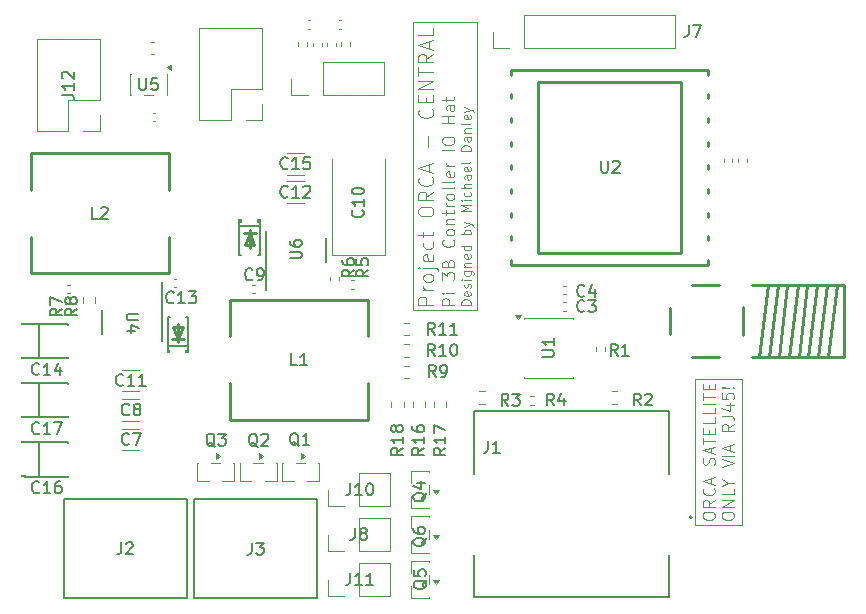
<source format=gbr>
%TF.GenerationSoftware,KiCad,Pcbnew,9.0.7*%
%TF.CreationDate,2026-02-09T21:03:29-05:00*%
%TF.ProjectId,central-board,63656e74-7261-46c2-9d62-6f6172642e6b,rev?*%
%TF.SameCoordinates,PX448a630PY53bb8c0*%
%TF.FileFunction,Legend,Top*%
%TF.FilePolarity,Positive*%
%FSLAX46Y46*%
G04 Gerber Fmt 4.6, Leading zero omitted, Abs format (unit mm)*
G04 Created by KiCad (PCBNEW 9.0.7) date 2026-02-09 21:03:29*
%MOMM*%
%LPD*%
G01*
G04 APERTURE LIST*
%ADD10C,0.100000*%
%ADD11C,0.120000*%
%ADD12C,0.125000*%
%ADD13C,0.150000*%
%ADD14C,0.127000*%
%ADD15C,0.200000*%
%ADD16C,0.152500*%
%ADD17C,0.254000*%
%ADD18C,0.000000*%
%ADD19C,0.152400*%
G04 APERTURE END LIST*
D10*
X59800000Y19000000D02*
X63800000Y19000000D01*
X63800000Y6600000D01*
X59800000Y6600000D01*
X59800000Y19000000D01*
D11*
X60461435Y7307519D02*
X60461435Y7497995D01*
X60461435Y7497995D02*
X60509054Y7593233D01*
X60509054Y7593233D02*
X60604292Y7688471D01*
X60604292Y7688471D02*
X60794768Y7736090D01*
X60794768Y7736090D02*
X61128101Y7736090D01*
X61128101Y7736090D02*
X61318577Y7688471D01*
X61318577Y7688471D02*
X61413816Y7593233D01*
X61413816Y7593233D02*
X61461435Y7497995D01*
X61461435Y7497995D02*
X61461435Y7307519D01*
X61461435Y7307519D02*
X61413816Y7212281D01*
X61413816Y7212281D02*
X61318577Y7117043D01*
X61318577Y7117043D02*
X61128101Y7069424D01*
X61128101Y7069424D02*
X60794768Y7069424D01*
X60794768Y7069424D02*
X60604292Y7117043D01*
X60604292Y7117043D02*
X60509054Y7212281D01*
X60509054Y7212281D02*
X60461435Y7307519D01*
X61461435Y8736090D02*
X60985244Y8402757D01*
X61461435Y8164662D02*
X60461435Y8164662D01*
X60461435Y8164662D02*
X60461435Y8545614D01*
X60461435Y8545614D02*
X60509054Y8640852D01*
X60509054Y8640852D02*
X60556673Y8688471D01*
X60556673Y8688471D02*
X60651911Y8736090D01*
X60651911Y8736090D02*
X60794768Y8736090D01*
X60794768Y8736090D02*
X60890006Y8688471D01*
X60890006Y8688471D02*
X60937625Y8640852D01*
X60937625Y8640852D02*
X60985244Y8545614D01*
X60985244Y8545614D02*
X60985244Y8164662D01*
X61366196Y9736090D02*
X61413816Y9688471D01*
X61413816Y9688471D02*
X61461435Y9545614D01*
X61461435Y9545614D02*
X61461435Y9450376D01*
X61461435Y9450376D02*
X61413816Y9307519D01*
X61413816Y9307519D02*
X61318577Y9212281D01*
X61318577Y9212281D02*
X61223339Y9164662D01*
X61223339Y9164662D02*
X61032863Y9117043D01*
X61032863Y9117043D02*
X60890006Y9117043D01*
X60890006Y9117043D02*
X60699530Y9164662D01*
X60699530Y9164662D02*
X60604292Y9212281D01*
X60604292Y9212281D02*
X60509054Y9307519D01*
X60509054Y9307519D02*
X60461435Y9450376D01*
X60461435Y9450376D02*
X60461435Y9545614D01*
X60461435Y9545614D02*
X60509054Y9688471D01*
X60509054Y9688471D02*
X60556673Y9736090D01*
X61175720Y10117043D02*
X61175720Y10593233D01*
X61461435Y10021805D02*
X60461435Y10355138D01*
X60461435Y10355138D02*
X61461435Y10688471D01*
X61413816Y11736091D02*
X61461435Y11878948D01*
X61461435Y11878948D02*
X61461435Y12117043D01*
X61461435Y12117043D02*
X61413816Y12212281D01*
X61413816Y12212281D02*
X61366196Y12259900D01*
X61366196Y12259900D02*
X61270958Y12307519D01*
X61270958Y12307519D02*
X61175720Y12307519D01*
X61175720Y12307519D02*
X61080482Y12259900D01*
X61080482Y12259900D02*
X61032863Y12212281D01*
X61032863Y12212281D02*
X60985244Y12117043D01*
X60985244Y12117043D02*
X60937625Y11926567D01*
X60937625Y11926567D02*
X60890006Y11831329D01*
X60890006Y11831329D02*
X60842387Y11783710D01*
X60842387Y11783710D02*
X60747149Y11736091D01*
X60747149Y11736091D02*
X60651911Y11736091D01*
X60651911Y11736091D02*
X60556673Y11783710D01*
X60556673Y11783710D02*
X60509054Y11831329D01*
X60509054Y11831329D02*
X60461435Y11926567D01*
X60461435Y11926567D02*
X60461435Y12164662D01*
X60461435Y12164662D02*
X60509054Y12307519D01*
X61175720Y12688472D02*
X61175720Y13164662D01*
X61461435Y12593234D02*
X60461435Y12926567D01*
X60461435Y12926567D02*
X61461435Y13259900D01*
X60461435Y13450377D02*
X60461435Y14021805D01*
X61461435Y13736091D02*
X60461435Y13736091D01*
X60937625Y14355139D02*
X60937625Y14688472D01*
X61461435Y14831329D02*
X61461435Y14355139D01*
X61461435Y14355139D02*
X60461435Y14355139D01*
X60461435Y14355139D02*
X60461435Y14831329D01*
X61461435Y15736091D02*
X61461435Y15259901D01*
X61461435Y15259901D02*
X60461435Y15259901D01*
X61461435Y16545615D02*
X61461435Y16069425D01*
X61461435Y16069425D02*
X60461435Y16069425D01*
X61461435Y16878949D02*
X60461435Y16878949D01*
X60461435Y17212282D02*
X60461435Y17783710D01*
X61461435Y17497996D02*
X60461435Y17497996D01*
X60937625Y18117044D02*
X60937625Y18450377D01*
X61461435Y18593234D02*
X61461435Y18117044D01*
X61461435Y18117044D02*
X60461435Y18117044D01*
X60461435Y18117044D02*
X60461435Y18593234D01*
X62071379Y7307519D02*
X62071379Y7497995D01*
X62071379Y7497995D02*
X62118998Y7593233D01*
X62118998Y7593233D02*
X62214236Y7688471D01*
X62214236Y7688471D02*
X62404712Y7736090D01*
X62404712Y7736090D02*
X62738045Y7736090D01*
X62738045Y7736090D02*
X62928521Y7688471D01*
X62928521Y7688471D02*
X63023760Y7593233D01*
X63023760Y7593233D02*
X63071379Y7497995D01*
X63071379Y7497995D02*
X63071379Y7307519D01*
X63071379Y7307519D02*
X63023760Y7212281D01*
X63023760Y7212281D02*
X62928521Y7117043D01*
X62928521Y7117043D02*
X62738045Y7069424D01*
X62738045Y7069424D02*
X62404712Y7069424D01*
X62404712Y7069424D02*
X62214236Y7117043D01*
X62214236Y7117043D02*
X62118998Y7212281D01*
X62118998Y7212281D02*
X62071379Y7307519D01*
X63071379Y8164662D02*
X62071379Y8164662D01*
X62071379Y8164662D02*
X63071379Y8736090D01*
X63071379Y8736090D02*
X62071379Y8736090D01*
X63071379Y9688471D02*
X63071379Y9212281D01*
X63071379Y9212281D02*
X62071379Y9212281D01*
X62595188Y10212281D02*
X63071379Y10212281D01*
X62071379Y9878948D02*
X62595188Y10212281D01*
X62595188Y10212281D02*
X62071379Y10545614D01*
X62071379Y11497996D02*
X63071379Y11831329D01*
X63071379Y11831329D02*
X62071379Y12164662D01*
X63071379Y12497996D02*
X62071379Y12497996D01*
X62785664Y12926567D02*
X62785664Y13402757D01*
X63071379Y12831329D02*
X62071379Y13164662D01*
X62071379Y13164662D02*
X63071379Y13497995D01*
X63071379Y15164662D02*
X62595188Y14831329D01*
X63071379Y14593234D02*
X62071379Y14593234D01*
X62071379Y14593234D02*
X62071379Y14974186D01*
X62071379Y14974186D02*
X62118998Y15069424D01*
X62118998Y15069424D02*
X62166617Y15117043D01*
X62166617Y15117043D02*
X62261855Y15164662D01*
X62261855Y15164662D02*
X62404712Y15164662D01*
X62404712Y15164662D02*
X62499950Y15117043D01*
X62499950Y15117043D02*
X62547569Y15069424D01*
X62547569Y15069424D02*
X62595188Y14974186D01*
X62595188Y14974186D02*
X62595188Y14593234D01*
X62071379Y15878948D02*
X62785664Y15878948D01*
X62785664Y15878948D02*
X62928521Y15831329D01*
X62928521Y15831329D02*
X63023760Y15736091D01*
X63023760Y15736091D02*
X63071379Y15593234D01*
X63071379Y15593234D02*
X63071379Y15497996D01*
X62404712Y16783710D02*
X63071379Y16783710D01*
X62023760Y16545615D02*
X62738045Y16307520D01*
X62738045Y16307520D02*
X62738045Y16926567D01*
X62071379Y17783710D02*
X62071379Y17307520D01*
X62071379Y17307520D02*
X62547569Y17259901D01*
X62547569Y17259901D02*
X62499950Y17307520D01*
X62499950Y17307520D02*
X62452331Y17402758D01*
X62452331Y17402758D02*
X62452331Y17640853D01*
X62452331Y17640853D02*
X62499950Y17736091D01*
X62499950Y17736091D02*
X62547569Y17783710D01*
X62547569Y17783710D02*
X62642807Y17831329D01*
X62642807Y17831329D02*
X62880902Y17831329D01*
X62880902Y17831329D02*
X62976140Y17783710D01*
X62976140Y17783710D02*
X63023760Y17736091D01*
X63023760Y17736091D02*
X63071379Y17640853D01*
X63071379Y17640853D02*
X63071379Y17402758D01*
X63071379Y17402758D02*
X63023760Y17307520D01*
X63023760Y17307520D02*
X62976140Y17259901D01*
X62976140Y18259901D02*
X63023760Y18307520D01*
X63023760Y18307520D02*
X63071379Y18259901D01*
X63071379Y18259901D02*
X63023760Y18212282D01*
X63023760Y18212282D02*
X62976140Y18259901D01*
X62976140Y18259901D02*
X63071379Y18259901D01*
X62690426Y18259901D02*
X62118998Y18212282D01*
X62118998Y18212282D02*
X62071379Y18259901D01*
X62071379Y18259901D02*
X62118998Y18307520D01*
X62118998Y18307520D02*
X62690426Y18259901D01*
X62690426Y18259901D02*
X62071379Y18259901D01*
D10*
X35900000Y49200000D02*
X41300000Y49200000D01*
X41300000Y24800000D01*
X35900000Y24800000D01*
X35900000Y49200000D01*
X40796895Y25256266D02*
X39996895Y25256266D01*
X39996895Y25256266D02*
X39996895Y25446742D01*
X39996895Y25446742D02*
X40034990Y25561028D01*
X40034990Y25561028D02*
X40111180Y25637218D01*
X40111180Y25637218D02*
X40187371Y25675313D01*
X40187371Y25675313D02*
X40339752Y25713409D01*
X40339752Y25713409D02*
X40454038Y25713409D01*
X40454038Y25713409D02*
X40606419Y25675313D01*
X40606419Y25675313D02*
X40682609Y25637218D01*
X40682609Y25637218D02*
X40758800Y25561028D01*
X40758800Y25561028D02*
X40796895Y25446742D01*
X40796895Y25446742D02*
X40796895Y25256266D01*
X40758800Y26361028D02*
X40796895Y26284837D01*
X40796895Y26284837D02*
X40796895Y26132456D01*
X40796895Y26132456D02*
X40758800Y26056266D01*
X40758800Y26056266D02*
X40682609Y26018170D01*
X40682609Y26018170D02*
X40377847Y26018170D01*
X40377847Y26018170D02*
X40301657Y26056266D01*
X40301657Y26056266D02*
X40263561Y26132456D01*
X40263561Y26132456D02*
X40263561Y26284837D01*
X40263561Y26284837D02*
X40301657Y26361028D01*
X40301657Y26361028D02*
X40377847Y26399123D01*
X40377847Y26399123D02*
X40454038Y26399123D01*
X40454038Y26399123D02*
X40530228Y26018170D01*
X40758800Y26703884D02*
X40796895Y26780075D01*
X40796895Y26780075D02*
X40796895Y26932456D01*
X40796895Y26932456D02*
X40758800Y27008646D01*
X40758800Y27008646D02*
X40682609Y27046742D01*
X40682609Y27046742D02*
X40644514Y27046742D01*
X40644514Y27046742D02*
X40568323Y27008646D01*
X40568323Y27008646D02*
X40530228Y26932456D01*
X40530228Y26932456D02*
X40530228Y26818170D01*
X40530228Y26818170D02*
X40492133Y26741980D01*
X40492133Y26741980D02*
X40415942Y26703884D01*
X40415942Y26703884D02*
X40377847Y26703884D01*
X40377847Y26703884D02*
X40301657Y26741980D01*
X40301657Y26741980D02*
X40263561Y26818170D01*
X40263561Y26818170D02*
X40263561Y26932456D01*
X40263561Y26932456D02*
X40301657Y27008646D01*
X40796895Y27389599D02*
X40263561Y27389599D01*
X39996895Y27389599D02*
X40034990Y27351503D01*
X40034990Y27351503D02*
X40073085Y27389599D01*
X40073085Y27389599D02*
X40034990Y27427694D01*
X40034990Y27427694D02*
X39996895Y27389599D01*
X39996895Y27389599D02*
X40073085Y27389599D01*
X40263561Y28113408D02*
X40911180Y28113408D01*
X40911180Y28113408D02*
X40987371Y28075313D01*
X40987371Y28075313D02*
X41025466Y28037217D01*
X41025466Y28037217D02*
X41063561Y27961027D01*
X41063561Y27961027D02*
X41063561Y27846741D01*
X41063561Y27846741D02*
X41025466Y27770551D01*
X40758800Y28113408D02*
X40796895Y28037217D01*
X40796895Y28037217D02*
X40796895Y27884836D01*
X40796895Y27884836D02*
X40758800Y27808646D01*
X40758800Y27808646D02*
X40720704Y27770551D01*
X40720704Y27770551D02*
X40644514Y27732455D01*
X40644514Y27732455D02*
X40415942Y27732455D01*
X40415942Y27732455D02*
X40339752Y27770551D01*
X40339752Y27770551D02*
X40301657Y27808646D01*
X40301657Y27808646D02*
X40263561Y27884836D01*
X40263561Y27884836D02*
X40263561Y28037217D01*
X40263561Y28037217D02*
X40301657Y28113408D01*
X40263561Y28494361D02*
X40796895Y28494361D01*
X40339752Y28494361D02*
X40301657Y28532456D01*
X40301657Y28532456D02*
X40263561Y28608646D01*
X40263561Y28608646D02*
X40263561Y28722932D01*
X40263561Y28722932D02*
X40301657Y28799123D01*
X40301657Y28799123D02*
X40377847Y28837218D01*
X40377847Y28837218D02*
X40796895Y28837218D01*
X40758800Y29522933D02*
X40796895Y29446742D01*
X40796895Y29446742D02*
X40796895Y29294361D01*
X40796895Y29294361D02*
X40758800Y29218171D01*
X40758800Y29218171D02*
X40682609Y29180075D01*
X40682609Y29180075D02*
X40377847Y29180075D01*
X40377847Y29180075D02*
X40301657Y29218171D01*
X40301657Y29218171D02*
X40263561Y29294361D01*
X40263561Y29294361D02*
X40263561Y29446742D01*
X40263561Y29446742D02*
X40301657Y29522933D01*
X40301657Y29522933D02*
X40377847Y29561028D01*
X40377847Y29561028D02*
X40454038Y29561028D01*
X40454038Y29561028D02*
X40530228Y29180075D01*
X40796895Y30246742D02*
X39996895Y30246742D01*
X40758800Y30246742D02*
X40796895Y30170551D01*
X40796895Y30170551D02*
X40796895Y30018170D01*
X40796895Y30018170D02*
X40758800Y29941980D01*
X40758800Y29941980D02*
X40720704Y29903885D01*
X40720704Y29903885D02*
X40644514Y29865789D01*
X40644514Y29865789D02*
X40415942Y29865789D01*
X40415942Y29865789D02*
X40339752Y29903885D01*
X40339752Y29903885D02*
X40301657Y29941980D01*
X40301657Y29941980D02*
X40263561Y30018170D01*
X40263561Y30018170D02*
X40263561Y30170551D01*
X40263561Y30170551D02*
X40301657Y30246742D01*
X40796895Y31237219D02*
X39996895Y31237219D01*
X40301657Y31237219D02*
X40263561Y31313409D01*
X40263561Y31313409D02*
X40263561Y31465790D01*
X40263561Y31465790D02*
X40301657Y31541981D01*
X40301657Y31541981D02*
X40339752Y31580076D01*
X40339752Y31580076D02*
X40415942Y31618171D01*
X40415942Y31618171D02*
X40644514Y31618171D01*
X40644514Y31618171D02*
X40720704Y31580076D01*
X40720704Y31580076D02*
X40758800Y31541981D01*
X40758800Y31541981D02*
X40796895Y31465790D01*
X40796895Y31465790D02*
X40796895Y31313409D01*
X40796895Y31313409D02*
X40758800Y31237219D01*
X40263561Y31884838D02*
X40796895Y32075314D01*
X40263561Y32265791D02*
X40796895Y32075314D01*
X40796895Y32075314D02*
X40987371Y31999124D01*
X40987371Y31999124D02*
X41025466Y31961029D01*
X41025466Y31961029D02*
X41063561Y31884838D01*
X40796895Y33180077D02*
X39996895Y33180077D01*
X39996895Y33180077D02*
X40568323Y33446743D01*
X40568323Y33446743D02*
X39996895Y33713410D01*
X39996895Y33713410D02*
X40796895Y33713410D01*
X40796895Y34094363D02*
X40263561Y34094363D01*
X39996895Y34094363D02*
X40034990Y34056267D01*
X40034990Y34056267D02*
X40073085Y34094363D01*
X40073085Y34094363D02*
X40034990Y34132458D01*
X40034990Y34132458D02*
X39996895Y34094363D01*
X39996895Y34094363D02*
X40073085Y34094363D01*
X40758800Y34818172D02*
X40796895Y34741981D01*
X40796895Y34741981D02*
X40796895Y34589600D01*
X40796895Y34589600D02*
X40758800Y34513410D01*
X40758800Y34513410D02*
X40720704Y34475315D01*
X40720704Y34475315D02*
X40644514Y34437219D01*
X40644514Y34437219D02*
X40415942Y34437219D01*
X40415942Y34437219D02*
X40339752Y34475315D01*
X40339752Y34475315D02*
X40301657Y34513410D01*
X40301657Y34513410D02*
X40263561Y34589600D01*
X40263561Y34589600D02*
X40263561Y34741981D01*
X40263561Y34741981D02*
X40301657Y34818172D01*
X40796895Y35161029D02*
X39996895Y35161029D01*
X40796895Y35503886D02*
X40377847Y35503886D01*
X40377847Y35503886D02*
X40301657Y35465791D01*
X40301657Y35465791D02*
X40263561Y35389600D01*
X40263561Y35389600D02*
X40263561Y35275314D01*
X40263561Y35275314D02*
X40301657Y35199124D01*
X40301657Y35199124D02*
X40339752Y35161029D01*
X40796895Y36227696D02*
X40377847Y36227696D01*
X40377847Y36227696D02*
X40301657Y36189601D01*
X40301657Y36189601D02*
X40263561Y36113410D01*
X40263561Y36113410D02*
X40263561Y35961029D01*
X40263561Y35961029D02*
X40301657Y35884839D01*
X40758800Y36227696D02*
X40796895Y36151505D01*
X40796895Y36151505D02*
X40796895Y35961029D01*
X40796895Y35961029D02*
X40758800Y35884839D01*
X40758800Y35884839D02*
X40682609Y35846743D01*
X40682609Y35846743D02*
X40606419Y35846743D01*
X40606419Y35846743D02*
X40530228Y35884839D01*
X40530228Y35884839D02*
X40492133Y35961029D01*
X40492133Y35961029D02*
X40492133Y36151505D01*
X40492133Y36151505D02*
X40454038Y36227696D01*
X40758800Y36913411D02*
X40796895Y36837220D01*
X40796895Y36837220D02*
X40796895Y36684839D01*
X40796895Y36684839D02*
X40758800Y36608649D01*
X40758800Y36608649D02*
X40682609Y36570553D01*
X40682609Y36570553D02*
X40377847Y36570553D01*
X40377847Y36570553D02*
X40301657Y36608649D01*
X40301657Y36608649D02*
X40263561Y36684839D01*
X40263561Y36684839D02*
X40263561Y36837220D01*
X40263561Y36837220D02*
X40301657Y36913411D01*
X40301657Y36913411D02*
X40377847Y36951506D01*
X40377847Y36951506D02*
X40454038Y36951506D01*
X40454038Y36951506D02*
X40530228Y36570553D01*
X40796895Y37408648D02*
X40758800Y37332458D01*
X40758800Y37332458D02*
X40682609Y37294363D01*
X40682609Y37294363D02*
X39996895Y37294363D01*
X40796895Y38322935D02*
X39996895Y38322935D01*
X39996895Y38322935D02*
X39996895Y38513411D01*
X39996895Y38513411D02*
X40034990Y38627697D01*
X40034990Y38627697D02*
X40111180Y38703887D01*
X40111180Y38703887D02*
X40187371Y38741982D01*
X40187371Y38741982D02*
X40339752Y38780078D01*
X40339752Y38780078D02*
X40454038Y38780078D01*
X40454038Y38780078D02*
X40606419Y38741982D01*
X40606419Y38741982D02*
X40682609Y38703887D01*
X40682609Y38703887D02*
X40758800Y38627697D01*
X40758800Y38627697D02*
X40796895Y38513411D01*
X40796895Y38513411D02*
X40796895Y38322935D01*
X40796895Y39465792D02*
X40377847Y39465792D01*
X40377847Y39465792D02*
X40301657Y39427697D01*
X40301657Y39427697D02*
X40263561Y39351506D01*
X40263561Y39351506D02*
X40263561Y39199125D01*
X40263561Y39199125D02*
X40301657Y39122935D01*
X40758800Y39465792D02*
X40796895Y39389601D01*
X40796895Y39389601D02*
X40796895Y39199125D01*
X40796895Y39199125D02*
X40758800Y39122935D01*
X40758800Y39122935D02*
X40682609Y39084839D01*
X40682609Y39084839D02*
X40606419Y39084839D01*
X40606419Y39084839D02*
X40530228Y39122935D01*
X40530228Y39122935D02*
X40492133Y39199125D01*
X40492133Y39199125D02*
X40492133Y39389601D01*
X40492133Y39389601D02*
X40454038Y39465792D01*
X40263561Y39846745D02*
X40796895Y39846745D01*
X40339752Y39846745D02*
X40301657Y39884840D01*
X40301657Y39884840D02*
X40263561Y39961030D01*
X40263561Y39961030D02*
X40263561Y40075316D01*
X40263561Y40075316D02*
X40301657Y40151507D01*
X40301657Y40151507D02*
X40377847Y40189602D01*
X40377847Y40189602D02*
X40796895Y40189602D01*
X40796895Y40684840D02*
X40758800Y40608650D01*
X40758800Y40608650D02*
X40682609Y40570555D01*
X40682609Y40570555D02*
X39996895Y40570555D01*
X40758800Y41294365D02*
X40796895Y41218174D01*
X40796895Y41218174D02*
X40796895Y41065793D01*
X40796895Y41065793D02*
X40758800Y40989603D01*
X40758800Y40989603D02*
X40682609Y40951507D01*
X40682609Y40951507D02*
X40377847Y40951507D01*
X40377847Y40951507D02*
X40301657Y40989603D01*
X40301657Y40989603D02*
X40263561Y41065793D01*
X40263561Y41065793D02*
X40263561Y41218174D01*
X40263561Y41218174D02*
X40301657Y41294365D01*
X40301657Y41294365D02*
X40377847Y41332460D01*
X40377847Y41332460D02*
X40454038Y41332460D01*
X40454038Y41332460D02*
X40530228Y40951507D01*
X40263561Y41599126D02*
X40796895Y41789602D01*
X40263561Y41980079D02*
X40796895Y41789602D01*
X40796895Y41789602D02*
X40987371Y41713412D01*
X40987371Y41713412D02*
X41025466Y41675317D01*
X41025466Y41675317D02*
X41063561Y41599126D01*
X39404832Y25254289D02*
X38404832Y25254289D01*
X38404832Y25254289D02*
X38404832Y25635241D01*
X38404832Y25635241D02*
X38452451Y25730479D01*
X38452451Y25730479D02*
X38500070Y25778098D01*
X38500070Y25778098D02*
X38595308Y25825717D01*
X38595308Y25825717D02*
X38738165Y25825717D01*
X38738165Y25825717D02*
X38833403Y25778098D01*
X38833403Y25778098D02*
X38881022Y25730479D01*
X38881022Y25730479D02*
X38928641Y25635241D01*
X38928641Y25635241D02*
X38928641Y25254289D01*
X39404832Y26254289D02*
X38738165Y26254289D01*
X38404832Y26254289D02*
X38452451Y26206670D01*
X38452451Y26206670D02*
X38500070Y26254289D01*
X38500070Y26254289D02*
X38452451Y26301908D01*
X38452451Y26301908D02*
X38404832Y26254289D01*
X38404832Y26254289D02*
X38500070Y26254289D01*
X38404832Y27397146D02*
X38404832Y28016193D01*
X38404832Y28016193D02*
X38785784Y27682860D01*
X38785784Y27682860D02*
X38785784Y27825717D01*
X38785784Y27825717D02*
X38833403Y27920955D01*
X38833403Y27920955D02*
X38881022Y27968574D01*
X38881022Y27968574D02*
X38976260Y28016193D01*
X38976260Y28016193D02*
X39214355Y28016193D01*
X39214355Y28016193D02*
X39309593Y27968574D01*
X39309593Y27968574D02*
X39357213Y27920955D01*
X39357213Y27920955D02*
X39404832Y27825717D01*
X39404832Y27825717D02*
X39404832Y27540003D01*
X39404832Y27540003D02*
X39357213Y27444765D01*
X39357213Y27444765D02*
X39309593Y27397146D01*
X38881022Y28778098D02*
X38928641Y28920955D01*
X38928641Y28920955D02*
X38976260Y28968574D01*
X38976260Y28968574D02*
X39071498Y29016193D01*
X39071498Y29016193D02*
X39214355Y29016193D01*
X39214355Y29016193D02*
X39309593Y28968574D01*
X39309593Y28968574D02*
X39357213Y28920955D01*
X39357213Y28920955D02*
X39404832Y28825717D01*
X39404832Y28825717D02*
X39404832Y28444765D01*
X39404832Y28444765D02*
X38404832Y28444765D01*
X38404832Y28444765D02*
X38404832Y28778098D01*
X38404832Y28778098D02*
X38452451Y28873336D01*
X38452451Y28873336D02*
X38500070Y28920955D01*
X38500070Y28920955D02*
X38595308Y28968574D01*
X38595308Y28968574D02*
X38690546Y28968574D01*
X38690546Y28968574D02*
X38785784Y28920955D01*
X38785784Y28920955D02*
X38833403Y28873336D01*
X38833403Y28873336D02*
X38881022Y28778098D01*
X38881022Y28778098D02*
X38881022Y28444765D01*
X39309593Y30778098D02*
X39357213Y30730479D01*
X39357213Y30730479D02*
X39404832Y30587622D01*
X39404832Y30587622D02*
X39404832Y30492384D01*
X39404832Y30492384D02*
X39357213Y30349527D01*
X39357213Y30349527D02*
X39261974Y30254289D01*
X39261974Y30254289D02*
X39166736Y30206670D01*
X39166736Y30206670D02*
X38976260Y30159051D01*
X38976260Y30159051D02*
X38833403Y30159051D01*
X38833403Y30159051D02*
X38642927Y30206670D01*
X38642927Y30206670D02*
X38547689Y30254289D01*
X38547689Y30254289D02*
X38452451Y30349527D01*
X38452451Y30349527D02*
X38404832Y30492384D01*
X38404832Y30492384D02*
X38404832Y30587622D01*
X38404832Y30587622D02*
X38452451Y30730479D01*
X38452451Y30730479D02*
X38500070Y30778098D01*
X39404832Y31349527D02*
X39357213Y31254289D01*
X39357213Y31254289D02*
X39309593Y31206670D01*
X39309593Y31206670D02*
X39214355Y31159051D01*
X39214355Y31159051D02*
X38928641Y31159051D01*
X38928641Y31159051D02*
X38833403Y31206670D01*
X38833403Y31206670D02*
X38785784Y31254289D01*
X38785784Y31254289D02*
X38738165Y31349527D01*
X38738165Y31349527D02*
X38738165Y31492384D01*
X38738165Y31492384D02*
X38785784Y31587622D01*
X38785784Y31587622D02*
X38833403Y31635241D01*
X38833403Y31635241D02*
X38928641Y31682860D01*
X38928641Y31682860D02*
X39214355Y31682860D01*
X39214355Y31682860D02*
X39309593Y31635241D01*
X39309593Y31635241D02*
X39357213Y31587622D01*
X39357213Y31587622D02*
X39404832Y31492384D01*
X39404832Y31492384D02*
X39404832Y31349527D01*
X38738165Y32111432D02*
X39404832Y32111432D01*
X38833403Y32111432D02*
X38785784Y32159051D01*
X38785784Y32159051D02*
X38738165Y32254289D01*
X38738165Y32254289D02*
X38738165Y32397146D01*
X38738165Y32397146D02*
X38785784Y32492384D01*
X38785784Y32492384D02*
X38881022Y32540003D01*
X38881022Y32540003D02*
X39404832Y32540003D01*
X38738165Y32873337D02*
X38738165Y33254289D01*
X38404832Y33016194D02*
X39261974Y33016194D01*
X39261974Y33016194D02*
X39357213Y33063813D01*
X39357213Y33063813D02*
X39404832Y33159051D01*
X39404832Y33159051D02*
X39404832Y33254289D01*
X39404832Y33587623D02*
X38738165Y33587623D01*
X38928641Y33587623D02*
X38833403Y33635242D01*
X38833403Y33635242D02*
X38785784Y33682861D01*
X38785784Y33682861D02*
X38738165Y33778099D01*
X38738165Y33778099D02*
X38738165Y33873337D01*
X39404832Y34349528D02*
X39357213Y34254290D01*
X39357213Y34254290D02*
X39309593Y34206671D01*
X39309593Y34206671D02*
X39214355Y34159052D01*
X39214355Y34159052D02*
X38928641Y34159052D01*
X38928641Y34159052D02*
X38833403Y34206671D01*
X38833403Y34206671D02*
X38785784Y34254290D01*
X38785784Y34254290D02*
X38738165Y34349528D01*
X38738165Y34349528D02*
X38738165Y34492385D01*
X38738165Y34492385D02*
X38785784Y34587623D01*
X38785784Y34587623D02*
X38833403Y34635242D01*
X38833403Y34635242D02*
X38928641Y34682861D01*
X38928641Y34682861D02*
X39214355Y34682861D01*
X39214355Y34682861D02*
X39309593Y34635242D01*
X39309593Y34635242D02*
X39357213Y34587623D01*
X39357213Y34587623D02*
X39404832Y34492385D01*
X39404832Y34492385D02*
X39404832Y34349528D01*
X39404832Y35254290D02*
X39357213Y35159052D01*
X39357213Y35159052D02*
X39261974Y35111433D01*
X39261974Y35111433D02*
X38404832Y35111433D01*
X39404832Y35778100D02*
X39357213Y35682862D01*
X39357213Y35682862D02*
X39261974Y35635243D01*
X39261974Y35635243D02*
X38404832Y35635243D01*
X39357213Y36540005D02*
X39404832Y36444767D01*
X39404832Y36444767D02*
X39404832Y36254291D01*
X39404832Y36254291D02*
X39357213Y36159053D01*
X39357213Y36159053D02*
X39261974Y36111434D01*
X39261974Y36111434D02*
X38881022Y36111434D01*
X38881022Y36111434D02*
X38785784Y36159053D01*
X38785784Y36159053D02*
X38738165Y36254291D01*
X38738165Y36254291D02*
X38738165Y36444767D01*
X38738165Y36444767D02*
X38785784Y36540005D01*
X38785784Y36540005D02*
X38881022Y36587624D01*
X38881022Y36587624D02*
X38976260Y36587624D01*
X38976260Y36587624D02*
X39071498Y36111434D01*
X39404832Y37016196D02*
X38738165Y37016196D01*
X38928641Y37016196D02*
X38833403Y37063815D01*
X38833403Y37063815D02*
X38785784Y37111434D01*
X38785784Y37111434D02*
X38738165Y37206672D01*
X38738165Y37206672D02*
X38738165Y37301910D01*
X39404832Y38397149D02*
X38404832Y38397149D01*
X38404832Y39063815D02*
X38404832Y39254291D01*
X38404832Y39254291D02*
X38452451Y39349529D01*
X38452451Y39349529D02*
X38547689Y39444767D01*
X38547689Y39444767D02*
X38738165Y39492386D01*
X38738165Y39492386D02*
X39071498Y39492386D01*
X39071498Y39492386D02*
X39261974Y39444767D01*
X39261974Y39444767D02*
X39357213Y39349529D01*
X39357213Y39349529D02*
X39404832Y39254291D01*
X39404832Y39254291D02*
X39404832Y39063815D01*
X39404832Y39063815D02*
X39357213Y38968577D01*
X39357213Y38968577D02*
X39261974Y38873339D01*
X39261974Y38873339D02*
X39071498Y38825720D01*
X39071498Y38825720D02*
X38738165Y38825720D01*
X38738165Y38825720D02*
X38547689Y38873339D01*
X38547689Y38873339D02*
X38452451Y38968577D01*
X38452451Y38968577D02*
X38404832Y39063815D01*
X39404832Y40682863D02*
X38404832Y40682863D01*
X38881022Y40682863D02*
X38881022Y41254291D01*
X39404832Y41254291D02*
X38404832Y41254291D01*
X39404832Y42159053D02*
X38881022Y42159053D01*
X38881022Y42159053D02*
X38785784Y42111434D01*
X38785784Y42111434D02*
X38738165Y42016196D01*
X38738165Y42016196D02*
X38738165Y41825720D01*
X38738165Y41825720D02*
X38785784Y41730482D01*
X39357213Y42159053D02*
X39404832Y42063815D01*
X39404832Y42063815D02*
X39404832Y41825720D01*
X39404832Y41825720D02*
X39357213Y41730482D01*
X39357213Y41730482D02*
X39261974Y41682863D01*
X39261974Y41682863D02*
X39166736Y41682863D01*
X39166736Y41682863D02*
X39071498Y41730482D01*
X39071498Y41730482D02*
X39023879Y41825720D01*
X39023879Y41825720D02*
X39023879Y42063815D01*
X39023879Y42063815D02*
X38976260Y42159053D01*
X38738165Y42492387D02*
X38738165Y42873339D01*
X38404832Y42635244D02*
X39261974Y42635244D01*
X39261974Y42635244D02*
X39357213Y42682863D01*
X39357213Y42682863D02*
X39404832Y42778101D01*
X39404832Y42778101D02*
X39404832Y42873339D01*
D12*
X37630977Y25248319D02*
X36380977Y25248319D01*
X36380977Y25248319D02*
X36380977Y25724509D01*
X36380977Y25724509D02*
X36440501Y25843557D01*
X36440501Y25843557D02*
X36500025Y25903080D01*
X36500025Y25903080D02*
X36619073Y25962604D01*
X36619073Y25962604D02*
X36797644Y25962604D01*
X36797644Y25962604D02*
X36916692Y25903080D01*
X36916692Y25903080D02*
X36976215Y25843557D01*
X36976215Y25843557D02*
X37035739Y25724509D01*
X37035739Y25724509D02*
X37035739Y25248319D01*
X37630977Y26498319D02*
X36797644Y26498319D01*
X37035739Y26498319D02*
X36916692Y26557842D01*
X36916692Y26557842D02*
X36857168Y26617366D01*
X36857168Y26617366D02*
X36797644Y26736414D01*
X36797644Y26736414D02*
X36797644Y26855461D01*
X37630977Y27450700D02*
X37571454Y27331652D01*
X37571454Y27331652D02*
X37511930Y27272129D01*
X37511930Y27272129D02*
X37392882Y27212605D01*
X37392882Y27212605D02*
X37035739Y27212605D01*
X37035739Y27212605D02*
X36916692Y27272129D01*
X36916692Y27272129D02*
X36857168Y27331652D01*
X36857168Y27331652D02*
X36797644Y27450700D01*
X36797644Y27450700D02*
X36797644Y27629271D01*
X36797644Y27629271D02*
X36857168Y27748319D01*
X36857168Y27748319D02*
X36916692Y27807843D01*
X36916692Y27807843D02*
X37035739Y27867367D01*
X37035739Y27867367D02*
X37392882Y27867367D01*
X37392882Y27867367D02*
X37511930Y27807843D01*
X37511930Y27807843D02*
X37571454Y27748319D01*
X37571454Y27748319D02*
X37630977Y27629271D01*
X37630977Y27629271D02*
X37630977Y27450700D01*
X36797644Y28403081D02*
X37869073Y28403081D01*
X37869073Y28403081D02*
X37988120Y28343557D01*
X37988120Y28343557D02*
X38047644Y28224509D01*
X38047644Y28224509D02*
X38047644Y28164985D01*
X36380977Y28403081D02*
X36440501Y28343557D01*
X36440501Y28343557D02*
X36500025Y28403081D01*
X36500025Y28403081D02*
X36440501Y28462604D01*
X36440501Y28462604D02*
X36380977Y28403081D01*
X36380977Y28403081D02*
X36500025Y28403081D01*
X37571454Y29474509D02*
X37630977Y29355461D01*
X37630977Y29355461D02*
X37630977Y29117366D01*
X37630977Y29117366D02*
X37571454Y28998319D01*
X37571454Y28998319D02*
X37452406Y28938795D01*
X37452406Y28938795D02*
X36976215Y28938795D01*
X36976215Y28938795D02*
X36857168Y28998319D01*
X36857168Y28998319D02*
X36797644Y29117366D01*
X36797644Y29117366D02*
X36797644Y29355461D01*
X36797644Y29355461D02*
X36857168Y29474509D01*
X36857168Y29474509D02*
X36976215Y29534033D01*
X36976215Y29534033D02*
X37095263Y29534033D01*
X37095263Y29534033D02*
X37214311Y28938795D01*
X37571454Y30605462D02*
X37630977Y30486414D01*
X37630977Y30486414D02*
X37630977Y30248319D01*
X37630977Y30248319D02*
X37571454Y30129271D01*
X37571454Y30129271D02*
X37511930Y30069748D01*
X37511930Y30069748D02*
X37392882Y30010224D01*
X37392882Y30010224D02*
X37035739Y30010224D01*
X37035739Y30010224D02*
X36916692Y30069748D01*
X36916692Y30069748D02*
X36857168Y30129271D01*
X36857168Y30129271D02*
X36797644Y30248319D01*
X36797644Y30248319D02*
X36797644Y30486414D01*
X36797644Y30486414D02*
X36857168Y30605462D01*
X36797644Y30962605D02*
X36797644Y31438796D01*
X36380977Y31141177D02*
X37452406Y31141177D01*
X37452406Y31141177D02*
X37571454Y31200700D01*
X37571454Y31200700D02*
X37630977Y31319748D01*
X37630977Y31319748D02*
X37630977Y31438796D01*
X36380977Y33045939D02*
X36380977Y33284034D01*
X36380977Y33284034D02*
X36440501Y33403082D01*
X36440501Y33403082D02*
X36559549Y33522129D01*
X36559549Y33522129D02*
X36797644Y33581653D01*
X36797644Y33581653D02*
X37214311Y33581653D01*
X37214311Y33581653D02*
X37452406Y33522129D01*
X37452406Y33522129D02*
X37571454Y33403082D01*
X37571454Y33403082D02*
X37630977Y33284034D01*
X37630977Y33284034D02*
X37630977Y33045939D01*
X37630977Y33045939D02*
X37571454Y32926891D01*
X37571454Y32926891D02*
X37452406Y32807844D01*
X37452406Y32807844D02*
X37214311Y32748320D01*
X37214311Y32748320D02*
X36797644Y32748320D01*
X36797644Y32748320D02*
X36559549Y32807844D01*
X36559549Y32807844D02*
X36440501Y32926891D01*
X36440501Y32926891D02*
X36380977Y33045939D01*
X37630977Y34831653D02*
X37035739Y34414987D01*
X37630977Y34117368D02*
X36380977Y34117368D01*
X36380977Y34117368D02*
X36380977Y34593558D01*
X36380977Y34593558D02*
X36440501Y34712606D01*
X36440501Y34712606D02*
X36500025Y34772129D01*
X36500025Y34772129D02*
X36619073Y34831653D01*
X36619073Y34831653D02*
X36797644Y34831653D01*
X36797644Y34831653D02*
X36916692Y34772129D01*
X36916692Y34772129D02*
X36976215Y34712606D01*
X36976215Y34712606D02*
X37035739Y34593558D01*
X37035739Y34593558D02*
X37035739Y34117368D01*
X37511930Y36081653D02*
X37571454Y36022129D01*
X37571454Y36022129D02*
X37630977Y35843558D01*
X37630977Y35843558D02*
X37630977Y35724510D01*
X37630977Y35724510D02*
X37571454Y35545939D01*
X37571454Y35545939D02*
X37452406Y35426891D01*
X37452406Y35426891D02*
X37333358Y35367368D01*
X37333358Y35367368D02*
X37095263Y35307844D01*
X37095263Y35307844D02*
X36916692Y35307844D01*
X36916692Y35307844D02*
X36678596Y35367368D01*
X36678596Y35367368D02*
X36559549Y35426891D01*
X36559549Y35426891D02*
X36440501Y35545939D01*
X36440501Y35545939D02*
X36380977Y35724510D01*
X36380977Y35724510D02*
X36380977Y35843558D01*
X36380977Y35843558D02*
X36440501Y36022129D01*
X36440501Y36022129D02*
X36500025Y36081653D01*
X37273834Y36557844D02*
X37273834Y37153082D01*
X37630977Y36438796D02*
X36380977Y36855463D01*
X36380977Y36855463D02*
X37630977Y37272129D01*
X37154787Y38641178D02*
X37154787Y39593558D01*
X37511930Y41855463D02*
X37571454Y41795939D01*
X37571454Y41795939D02*
X37630977Y41617368D01*
X37630977Y41617368D02*
X37630977Y41498320D01*
X37630977Y41498320D02*
X37571454Y41319749D01*
X37571454Y41319749D02*
X37452406Y41200701D01*
X37452406Y41200701D02*
X37333358Y41141178D01*
X37333358Y41141178D02*
X37095263Y41081654D01*
X37095263Y41081654D02*
X36916692Y41081654D01*
X36916692Y41081654D02*
X36678596Y41141178D01*
X36678596Y41141178D02*
X36559549Y41200701D01*
X36559549Y41200701D02*
X36440501Y41319749D01*
X36440501Y41319749D02*
X36380977Y41498320D01*
X36380977Y41498320D02*
X36380977Y41617368D01*
X36380977Y41617368D02*
X36440501Y41795939D01*
X36440501Y41795939D02*
X36500025Y41855463D01*
X36976215Y42391178D02*
X36976215Y42807844D01*
X37630977Y42986416D02*
X37630977Y42391178D01*
X37630977Y42391178D02*
X36380977Y42391178D01*
X36380977Y42391178D02*
X36380977Y42986416D01*
X37630977Y43522130D02*
X36380977Y43522130D01*
X36380977Y43522130D02*
X37630977Y44236415D01*
X37630977Y44236415D02*
X36380977Y44236415D01*
X36380977Y44653082D02*
X36380977Y45367368D01*
X37630977Y45010225D02*
X36380977Y45010225D01*
X37630977Y46498320D02*
X37035739Y46081654D01*
X37630977Y45784035D02*
X36380977Y45784035D01*
X36380977Y45784035D02*
X36380977Y46260225D01*
X36380977Y46260225D02*
X36440501Y46379273D01*
X36440501Y46379273D02*
X36500025Y46438796D01*
X36500025Y46438796D02*
X36619073Y46498320D01*
X36619073Y46498320D02*
X36797644Y46498320D01*
X36797644Y46498320D02*
X36916692Y46438796D01*
X36916692Y46438796D02*
X36976215Y46379273D01*
X36976215Y46379273D02*
X37035739Y46260225D01*
X37035739Y46260225D02*
X37035739Y45784035D01*
X37273834Y46974511D02*
X37273834Y47569749D01*
X37630977Y46855463D02*
X36380977Y47272130D01*
X36380977Y47272130D02*
X37630977Y47688796D01*
X37630977Y48700702D02*
X37630977Y48105464D01*
X37630977Y48105464D02*
X36380977Y48105464D01*
D13*
X42266666Y13745181D02*
X42266666Y13030896D01*
X42266666Y13030896D02*
X42219047Y12888039D01*
X42219047Y12888039D02*
X42123809Y12792800D01*
X42123809Y12792800D02*
X41980952Y12745181D01*
X41980952Y12745181D02*
X41885714Y12745181D01*
X43266666Y12745181D02*
X42695238Y12745181D01*
X42980952Y12745181D02*
X42980952Y13745181D01*
X42980952Y13745181D02*
X42885714Y13602324D01*
X42885714Y13602324D02*
X42790476Y13507086D01*
X42790476Y13507086D02*
X42695238Y13459467D01*
X31636637Y33277143D02*
X31684257Y33229524D01*
X31684257Y33229524D02*
X31731876Y33086667D01*
X31731876Y33086667D02*
X31731876Y32991429D01*
X31731876Y32991429D02*
X31684257Y32848572D01*
X31684257Y32848572D02*
X31589018Y32753334D01*
X31589018Y32753334D02*
X31493780Y32705715D01*
X31493780Y32705715D02*
X31303304Y32658096D01*
X31303304Y32658096D02*
X31160447Y32658096D01*
X31160447Y32658096D02*
X30969971Y32705715D01*
X30969971Y32705715D02*
X30874733Y32753334D01*
X30874733Y32753334D02*
X30779495Y32848572D01*
X30779495Y32848572D02*
X30731876Y32991429D01*
X30731876Y32991429D02*
X30731876Y33086667D01*
X30731876Y33086667D02*
X30779495Y33229524D01*
X30779495Y33229524D02*
X30827114Y33277143D01*
X31731876Y34229524D02*
X31731876Y33658096D01*
X31731876Y33943810D02*
X30731876Y33943810D01*
X30731876Y33943810D02*
X30874733Y33848572D01*
X30874733Y33848572D02*
X30969971Y33753334D01*
X30969971Y33753334D02*
X31017590Y33658096D01*
X30731876Y34848572D02*
X30731876Y34943810D01*
X30731876Y34943810D02*
X30779495Y35039048D01*
X30779495Y35039048D02*
X30827114Y35086667D01*
X30827114Y35086667D02*
X30922352Y35134286D01*
X30922352Y35134286D02*
X31112828Y35181905D01*
X31112828Y35181905D02*
X31350923Y35181905D01*
X31350923Y35181905D02*
X31541399Y35134286D01*
X31541399Y35134286D02*
X31636637Y35086667D01*
X31636637Y35086667D02*
X31684257Y35039048D01*
X31684257Y35039048D02*
X31731876Y34943810D01*
X31731876Y34943810D02*
X31731876Y34848572D01*
X31731876Y34848572D02*
X31684257Y34753334D01*
X31684257Y34753334D02*
X31636637Y34705715D01*
X31636637Y34705715D02*
X31541399Y34658096D01*
X31541399Y34658096D02*
X31350923Y34610477D01*
X31350923Y34610477D02*
X31112828Y34610477D01*
X31112828Y34610477D02*
X30922352Y34658096D01*
X30922352Y34658096D02*
X30827114Y34705715D01*
X30827114Y34705715D02*
X30779495Y34753334D01*
X30779495Y34753334D02*
X30731876Y34848572D01*
X32131876Y28233334D02*
X31655685Y27900001D01*
X32131876Y27661906D02*
X31131876Y27661906D01*
X31131876Y27661906D02*
X31131876Y28042858D01*
X31131876Y28042858D02*
X31179495Y28138096D01*
X31179495Y28138096D02*
X31227114Y28185715D01*
X31227114Y28185715D02*
X31322352Y28233334D01*
X31322352Y28233334D02*
X31465209Y28233334D01*
X31465209Y28233334D02*
X31560447Y28185715D01*
X31560447Y28185715D02*
X31608066Y28138096D01*
X31608066Y28138096D02*
X31655685Y28042858D01*
X31655685Y28042858D02*
X31655685Y27661906D01*
X31131876Y29138096D02*
X31131876Y28661906D01*
X31131876Y28661906D02*
X31608066Y28614287D01*
X31608066Y28614287D02*
X31560447Y28661906D01*
X31560447Y28661906D02*
X31512828Y28757144D01*
X31512828Y28757144D02*
X31512828Y28995239D01*
X31512828Y28995239D02*
X31560447Y29090477D01*
X31560447Y29090477D02*
X31608066Y29138096D01*
X31608066Y29138096D02*
X31703304Y29185715D01*
X31703304Y29185715D02*
X31941399Y29185715D01*
X31941399Y29185715D02*
X32036637Y29138096D01*
X32036637Y29138096D02*
X32084257Y29090477D01*
X32084257Y29090477D02*
X32131876Y28995239D01*
X32131876Y28995239D02*
X32131876Y28757144D01*
X32131876Y28757144D02*
X32084257Y28661906D01*
X32084257Y28661906D02*
X32036637Y28614287D01*
X25309199Y36840420D02*
X25261580Y36792800D01*
X25261580Y36792800D02*
X25118723Y36745181D01*
X25118723Y36745181D02*
X25023485Y36745181D01*
X25023485Y36745181D02*
X24880628Y36792800D01*
X24880628Y36792800D02*
X24785390Y36888039D01*
X24785390Y36888039D02*
X24737771Y36983277D01*
X24737771Y36983277D02*
X24690152Y37173753D01*
X24690152Y37173753D02*
X24690152Y37316610D01*
X24690152Y37316610D02*
X24737771Y37507086D01*
X24737771Y37507086D02*
X24785390Y37602324D01*
X24785390Y37602324D02*
X24880628Y37697562D01*
X24880628Y37697562D02*
X25023485Y37745181D01*
X25023485Y37745181D02*
X25118723Y37745181D01*
X25118723Y37745181D02*
X25261580Y37697562D01*
X25261580Y37697562D02*
X25309199Y37649943D01*
X26261580Y36745181D02*
X25690152Y36745181D01*
X25975866Y36745181D02*
X25975866Y37745181D01*
X25975866Y37745181D02*
X25880628Y37602324D01*
X25880628Y37602324D02*
X25785390Y37507086D01*
X25785390Y37507086D02*
X25690152Y37459467D01*
X27166342Y37745181D02*
X26690152Y37745181D01*
X26690152Y37745181D02*
X26642533Y37268991D01*
X26642533Y37268991D02*
X26690152Y37316610D01*
X26690152Y37316610D02*
X26785390Y37364229D01*
X26785390Y37364229D02*
X27023485Y37364229D01*
X27023485Y37364229D02*
X27118723Y37316610D01*
X27118723Y37316610D02*
X27166342Y37268991D01*
X27166342Y37268991D02*
X27213961Y37173753D01*
X27213961Y37173753D02*
X27213961Y36935658D01*
X27213961Y36935658D02*
X27166342Y36840420D01*
X27166342Y36840420D02*
X27118723Y36792800D01*
X27118723Y36792800D02*
X27023485Y36745181D01*
X27023485Y36745181D02*
X26785390Y36745181D01*
X26785390Y36745181D02*
X26690152Y36792800D01*
X26690152Y36792800D02*
X26642533Y36840420D01*
X37087557Y1954762D02*
X37039938Y1859524D01*
X37039938Y1859524D02*
X36944700Y1764286D01*
X36944700Y1764286D02*
X36801842Y1621429D01*
X36801842Y1621429D02*
X36754223Y1526191D01*
X36754223Y1526191D02*
X36754223Y1430953D01*
X36992319Y1478572D02*
X36944700Y1383334D01*
X36944700Y1383334D02*
X36849461Y1288096D01*
X36849461Y1288096D02*
X36658985Y1240477D01*
X36658985Y1240477D02*
X36325652Y1240477D01*
X36325652Y1240477D02*
X36135176Y1288096D01*
X36135176Y1288096D02*
X36039938Y1383334D01*
X36039938Y1383334D02*
X35992319Y1478572D01*
X35992319Y1478572D02*
X35992319Y1669048D01*
X35992319Y1669048D02*
X36039938Y1764286D01*
X36039938Y1764286D02*
X36135176Y1859524D01*
X36135176Y1859524D02*
X36325652Y1907143D01*
X36325652Y1907143D02*
X36658985Y1907143D01*
X36658985Y1907143D02*
X36849461Y1859524D01*
X36849461Y1859524D02*
X36944700Y1764286D01*
X36944700Y1764286D02*
X36992319Y1669048D01*
X36992319Y1669048D02*
X36992319Y1478572D01*
X35992319Y2811905D02*
X35992319Y2335715D01*
X35992319Y2335715D02*
X36468509Y2288096D01*
X36468509Y2288096D02*
X36420890Y2335715D01*
X36420890Y2335715D02*
X36373271Y2430953D01*
X36373271Y2430953D02*
X36373271Y2669048D01*
X36373271Y2669048D02*
X36420890Y2764286D01*
X36420890Y2764286D02*
X36468509Y2811905D01*
X36468509Y2811905D02*
X36563747Y2859524D01*
X36563747Y2859524D02*
X36801842Y2859524D01*
X36801842Y2859524D02*
X36897080Y2811905D01*
X36897080Y2811905D02*
X36944700Y2764286D01*
X36944700Y2764286D02*
X36992319Y2669048D01*
X36992319Y2669048D02*
X36992319Y2430953D01*
X36992319Y2430953D02*
X36944700Y2335715D01*
X36944700Y2335715D02*
X36897080Y2288096D01*
X47833333Y16745181D02*
X47500000Y17221372D01*
X47261905Y16745181D02*
X47261905Y17745181D01*
X47261905Y17745181D02*
X47642857Y17745181D01*
X47642857Y17745181D02*
X47738095Y17697562D01*
X47738095Y17697562D02*
X47785714Y17649943D01*
X47785714Y17649943D02*
X47833333Y17554705D01*
X47833333Y17554705D02*
X47833333Y17411848D01*
X47833333Y17411848D02*
X47785714Y17316610D01*
X47785714Y17316610D02*
X47738095Y17268991D01*
X47738095Y17268991D02*
X47642857Y17221372D01*
X47642857Y17221372D02*
X47261905Y17221372D01*
X48690476Y17411848D02*
X48690476Y16745181D01*
X48452381Y17792800D02*
X48214286Y17078515D01*
X48214286Y17078515D02*
X48833333Y17078515D01*
X25309199Y34440420D02*
X25261580Y34392800D01*
X25261580Y34392800D02*
X25118723Y34345181D01*
X25118723Y34345181D02*
X25023485Y34345181D01*
X25023485Y34345181D02*
X24880628Y34392800D01*
X24880628Y34392800D02*
X24785390Y34488039D01*
X24785390Y34488039D02*
X24737771Y34583277D01*
X24737771Y34583277D02*
X24690152Y34773753D01*
X24690152Y34773753D02*
X24690152Y34916610D01*
X24690152Y34916610D02*
X24737771Y35107086D01*
X24737771Y35107086D02*
X24785390Y35202324D01*
X24785390Y35202324D02*
X24880628Y35297562D01*
X24880628Y35297562D02*
X25023485Y35345181D01*
X25023485Y35345181D02*
X25118723Y35345181D01*
X25118723Y35345181D02*
X25261580Y35297562D01*
X25261580Y35297562D02*
X25309199Y35249943D01*
X26261580Y34345181D02*
X25690152Y34345181D01*
X25975866Y34345181D02*
X25975866Y35345181D01*
X25975866Y35345181D02*
X25880628Y35202324D01*
X25880628Y35202324D02*
X25785390Y35107086D01*
X25785390Y35107086D02*
X25690152Y35059467D01*
X26642533Y35249943D02*
X26690152Y35297562D01*
X26690152Y35297562D02*
X26785390Y35345181D01*
X26785390Y35345181D02*
X27023485Y35345181D01*
X27023485Y35345181D02*
X27118723Y35297562D01*
X27118723Y35297562D02*
X27166342Y35249943D01*
X27166342Y35249943D02*
X27213961Y35154705D01*
X27213961Y35154705D02*
X27213961Y35059467D01*
X27213961Y35059467D02*
X27166342Y34916610D01*
X27166342Y34916610D02*
X26594914Y34345181D01*
X26594914Y34345181D02*
X27213961Y34345181D01*
X11858333Y13490420D02*
X11810714Y13442800D01*
X11810714Y13442800D02*
X11667857Y13395181D01*
X11667857Y13395181D02*
X11572619Y13395181D01*
X11572619Y13395181D02*
X11429762Y13442800D01*
X11429762Y13442800D02*
X11334524Y13538039D01*
X11334524Y13538039D02*
X11286905Y13633277D01*
X11286905Y13633277D02*
X11239286Y13823753D01*
X11239286Y13823753D02*
X11239286Y13966610D01*
X11239286Y13966610D02*
X11286905Y14157086D01*
X11286905Y14157086D02*
X11334524Y14252324D01*
X11334524Y14252324D02*
X11429762Y14347562D01*
X11429762Y14347562D02*
X11572619Y14395181D01*
X11572619Y14395181D02*
X11667857Y14395181D01*
X11667857Y14395181D02*
X11810714Y14347562D01*
X11810714Y14347562D02*
X11858333Y14299943D01*
X12191667Y14395181D02*
X12858333Y14395181D01*
X12858333Y14395181D02*
X12429762Y13395181D01*
X37757142Y22745181D02*
X37423809Y23221372D01*
X37185714Y22745181D02*
X37185714Y23745181D01*
X37185714Y23745181D02*
X37566666Y23745181D01*
X37566666Y23745181D02*
X37661904Y23697562D01*
X37661904Y23697562D02*
X37709523Y23649943D01*
X37709523Y23649943D02*
X37757142Y23554705D01*
X37757142Y23554705D02*
X37757142Y23411848D01*
X37757142Y23411848D02*
X37709523Y23316610D01*
X37709523Y23316610D02*
X37661904Y23268991D01*
X37661904Y23268991D02*
X37566666Y23221372D01*
X37566666Y23221372D02*
X37185714Y23221372D01*
X38709523Y22745181D02*
X38138095Y22745181D01*
X38423809Y22745181D02*
X38423809Y23745181D01*
X38423809Y23745181D02*
X38328571Y23602324D01*
X38328571Y23602324D02*
X38233333Y23507086D01*
X38233333Y23507086D02*
X38138095Y23459467D01*
X39661904Y22745181D02*
X39090476Y22745181D01*
X39376190Y22745181D02*
X39376190Y23745181D01*
X39376190Y23745181D02*
X39280952Y23602324D01*
X39280952Y23602324D02*
X39185714Y23507086D01*
X39185714Y23507086D02*
X39090476Y23459467D01*
X6179819Y43050477D02*
X6894104Y43050477D01*
X6894104Y43050477D02*
X7036961Y43002858D01*
X7036961Y43002858D02*
X7132200Y42907620D01*
X7132200Y42907620D02*
X7179819Y42764763D01*
X7179819Y42764763D02*
X7179819Y42669525D01*
X7179819Y44050477D02*
X7179819Y43479049D01*
X7179819Y43764763D02*
X6179819Y43764763D01*
X6179819Y43764763D02*
X6322676Y43669525D01*
X6322676Y43669525D02*
X6417914Y43574287D01*
X6417914Y43574287D02*
X6465533Y43479049D01*
X6275057Y44431430D02*
X6227438Y44479049D01*
X6227438Y44479049D02*
X6179819Y44574287D01*
X6179819Y44574287D02*
X6179819Y44812382D01*
X6179819Y44812382D02*
X6227438Y44907620D01*
X6227438Y44907620D02*
X6275057Y44955239D01*
X6275057Y44955239D02*
X6370295Y45002858D01*
X6370295Y45002858D02*
X6465533Y45002858D01*
X6465533Y45002858D02*
X6608390Y44955239D01*
X6608390Y44955239D02*
X7179819Y44383811D01*
X7179819Y44383811D02*
X7179819Y45002858D01*
X30590476Y10145181D02*
X30590476Y9430896D01*
X30590476Y9430896D02*
X30542857Y9288039D01*
X30542857Y9288039D02*
X30447619Y9192800D01*
X30447619Y9192800D02*
X30304762Y9145181D01*
X30304762Y9145181D02*
X30209524Y9145181D01*
X31590476Y9145181D02*
X31019048Y9145181D01*
X31304762Y9145181D02*
X31304762Y10145181D01*
X31304762Y10145181D02*
X31209524Y10002324D01*
X31209524Y10002324D02*
X31114286Y9907086D01*
X31114286Y9907086D02*
X31019048Y9859467D01*
X32209524Y10145181D02*
X32304762Y10145181D01*
X32304762Y10145181D02*
X32400000Y10097562D01*
X32400000Y10097562D02*
X32447619Y10049943D01*
X32447619Y10049943D02*
X32495238Y9954705D01*
X32495238Y9954705D02*
X32542857Y9764229D01*
X32542857Y9764229D02*
X32542857Y9526134D01*
X32542857Y9526134D02*
X32495238Y9335658D01*
X32495238Y9335658D02*
X32447619Y9240420D01*
X32447619Y9240420D02*
X32400000Y9192800D01*
X32400000Y9192800D02*
X32304762Y9145181D01*
X32304762Y9145181D02*
X32209524Y9145181D01*
X32209524Y9145181D02*
X32114286Y9192800D01*
X32114286Y9192800D02*
X32066667Y9240420D01*
X32066667Y9240420D02*
X32019048Y9335658D01*
X32019048Y9335658D02*
X31971429Y9526134D01*
X31971429Y9526134D02*
X31971429Y9764229D01*
X31971429Y9764229D02*
X32019048Y9954705D01*
X32019048Y9954705D02*
X32066667Y10049943D01*
X32066667Y10049943D02*
X32114286Y10097562D01*
X32114286Y10097562D02*
X32209524Y10145181D01*
X12672181Y24511906D02*
X11862658Y24511906D01*
X11862658Y24511906D02*
X11767420Y24464287D01*
X11767420Y24464287D02*
X11719801Y24416668D01*
X11719801Y24416668D02*
X11672181Y24321430D01*
X11672181Y24321430D02*
X11672181Y24130954D01*
X11672181Y24130954D02*
X11719801Y24035716D01*
X11719801Y24035716D02*
X11767420Y23988097D01*
X11767420Y23988097D02*
X11862658Y23940478D01*
X11862658Y23940478D02*
X12672181Y23940478D01*
X12338848Y23035716D02*
X11672181Y23035716D01*
X12719801Y23273811D02*
X12005515Y23511906D01*
X12005515Y23511906D02*
X12005515Y22892859D01*
X30590476Y2565181D02*
X30590476Y1850896D01*
X30590476Y1850896D02*
X30542857Y1708039D01*
X30542857Y1708039D02*
X30447619Y1612800D01*
X30447619Y1612800D02*
X30304762Y1565181D01*
X30304762Y1565181D02*
X30209524Y1565181D01*
X31590476Y1565181D02*
X31019048Y1565181D01*
X31304762Y1565181D02*
X31304762Y2565181D01*
X31304762Y2565181D02*
X31209524Y2422324D01*
X31209524Y2422324D02*
X31114286Y2327086D01*
X31114286Y2327086D02*
X31019048Y2279467D01*
X32542857Y1565181D02*
X31971429Y1565181D01*
X32257143Y1565181D02*
X32257143Y2565181D01*
X32257143Y2565181D02*
X32161905Y2422324D01*
X32161905Y2422324D02*
X32066667Y2327086D01*
X32066667Y2327086D02*
X31971429Y2279467D01*
X25481877Y29188095D02*
X26291400Y29188095D01*
X26291400Y29188095D02*
X26386638Y29235714D01*
X26386638Y29235714D02*
X26434258Y29283333D01*
X26434258Y29283333D02*
X26481877Y29378571D01*
X26481877Y29378571D02*
X26481877Y29569047D01*
X26481877Y29569047D02*
X26434258Y29664285D01*
X26434258Y29664285D02*
X26386638Y29711904D01*
X26386638Y29711904D02*
X26291400Y29759523D01*
X26291400Y29759523D02*
X25481877Y29759523D01*
X25481877Y30664285D02*
X25481877Y30473809D01*
X25481877Y30473809D02*
X25529496Y30378571D01*
X25529496Y30378571D02*
X25577115Y30330952D01*
X25577115Y30330952D02*
X25719972Y30235714D01*
X25719972Y30235714D02*
X25910448Y30188095D01*
X25910448Y30188095D02*
X26291400Y30188095D01*
X26291400Y30188095D02*
X26386638Y30235714D01*
X26386638Y30235714D02*
X26434258Y30283333D01*
X26434258Y30283333D02*
X26481877Y30378571D01*
X26481877Y30378571D02*
X26481877Y30569047D01*
X26481877Y30569047D02*
X26434258Y30664285D01*
X26434258Y30664285D02*
X26386638Y30711904D01*
X26386638Y30711904D02*
X26291400Y30759523D01*
X26291400Y30759523D02*
X26053305Y30759523D01*
X26053305Y30759523D02*
X25958067Y30711904D01*
X25958067Y30711904D02*
X25910448Y30664285D01*
X25910448Y30664285D02*
X25862829Y30569047D01*
X25862829Y30569047D02*
X25862829Y30378571D01*
X25862829Y30378571D02*
X25910448Y30283333D01*
X25910448Y30283333D02*
X25958067Y30235714D01*
X25958067Y30235714D02*
X26053305Y30188095D01*
X37757142Y20945181D02*
X37423809Y21421372D01*
X37185714Y20945181D02*
X37185714Y21945181D01*
X37185714Y21945181D02*
X37566666Y21945181D01*
X37566666Y21945181D02*
X37661904Y21897562D01*
X37661904Y21897562D02*
X37709523Y21849943D01*
X37709523Y21849943D02*
X37757142Y21754705D01*
X37757142Y21754705D02*
X37757142Y21611848D01*
X37757142Y21611848D02*
X37709523Y21516610D01*
X37709523Y21516610D02*
X37661904Y21468991D01*
X37661904Y21468991D02*
X37566666Y21421372D01*
X37566666Y21421372D02*
X37185714Y21421372D01*
X38709523Y20945181D02*
X38138095Y20945181D01*
X38423809Y20945181D02*
X38423809Y21945181D01*
X38423809Y21945181D02*
X38328571Y21802324D01*
X38328571Y21802324D02*
X38233333Y21707086D01*
X38233333Y21707086D02*
X38138095Y21659467D01*
X39328571Y21945181D02*
X39423809Y21945181D01*
X39423809Y21945181D02*
X39519047Y21897562D01*
X39519047Y21897562D02*
X39566666Y21849943D01*
X39566666Y21849943D02*
X39614285Y21754705D01*
X39614285Y21754705D02*
X39661904Y21564229D01*
X39661904Y21564229D02*
X39661904Y21326134D01*
X39661904Y21326134D02*
X39614285Y21135658D01*
X39614285Y21135658D02*
X39566666Y21040420D01*
X39566666Y21040420D02*
X39519047Y20992800D01*
X39519047Y20992800D02*
X39423809Y20945181D01*
X39423809Y20945181D02*
X39328571Y20945181D01*
X39328571Y20945181D02*
X39233333Y20992800D01*
X39233333Y20992800D02*
X39185714Y21040420D01*
X39185714Y21040420D02*
X39138095Y21135658D01*
X39138095Y21135658D02*
X39090476Y21326134D01*
X39090476Y21326134D02*
X39090476Y21564229D01*
X39090476Y21564229D02*
X39138095Y21754705D01*
X39138095Y21754705D02*
X39185714Y21849943D01*
X39185714Y21849943D02*
X39233333Y21897562D01*
X39233333Y21897562D02*
X39328571Y21945181D01*
X36854819Y13157143D02*
X36378628Y12823810D01*
X36854819Y12585715D02*
X35854819Y12585715D01*
X35854819Y12585715D02*
X35854819Y12966667D01*
X35854819Y12966667D02*
X35902438Y13061905D01*
X35902438Y13061905D02*
X35950057Y13109524D01*
X35950057Y13109524D02*
X36045295Y13157143D01*
X36045295Y13157143D02*
X36188152Y13157143D01*
X36188152Y13157143D02*
X36283390Y13109524D01*
X36283390Y13109524D02*
X36331009Y13061905D01*
X36331009Y13061905D02*
X36378628Y12966667D01*
X36378628Y12966667D02*
X36378628Y12585715D01*
X36854819Y14109524D02*
X36854819Y13538096D01*
X36854819Y13823810D02*
X35854819Y13823810D01*
X35854819Y13823810D02*
X35997676Y13728572D01*
X35997676Y13728572D02*
X36092914Y13633334D01*
X36092914Y13633334D02*
X36140533Y13538096D01*
X35854819Y14966667D02*
X35854819Y14776191D01*
X35854819Y14776191D02*
X35902438Y14680953D01*
X35902438Y14680953D02*
X35950057Y14633334D01*
X35950057Y14633334D02*
X36092914Y14538096D01*
X36092914Y14538096D02*
X36283390Y14490477D01*
X36283390Y14490477D02*
X36664342Y14490477D01*
X36664342Y14490477D02*
X36759580Y14538096D01*
X36759580Y14538096D02*
X36807200Y14585715D01*
X36807200Y14585715D02*
X36854819Y14680953D01*
X36854819Y14680953D02*
X36854819Y14871429D01*
X36854819Y14871429D02*
X36807200Y14966667D01*
X36807200Y14966667D02*
X36759580Y15014286D01*
X36759580Y15014286D02*
X36664342Y15061905D01*
X36664342Y15061905D02*
X36426247Y15061905D01*
X36426247Y15061905D02*
X36331009Y15014286D01*
X36331009Y15014286D02*
X36283390Y14966667D01*
X36283390Y14966667D02*
X36235771Y14871429D01*
X36235771Y14871429D02*
X36235771Y14680953D01*
X36235771Y14680953D02*
X36283390Y14585715D01*
X36283390Y14585715D02*
X36331009Y14538096D01*
X36331009Y14538096D02*
X36426247Y14490477D01*
X15647142Y25490420D02*
X15599523Y25442800D01*
X15599523Y25442800D02*
X15456666Y25395181D01*
X15456666Y25395181D02*
X15361428Y25395181D01*
X15361428Y25395181D02*
X15218571Y25442800D01*
X15218571Y25442800D02*
X15123333Y25538039D01*
X15123333Y25538039D02*
X15075714Y25633277D01*
X15075714Y25633277D02*
X15028095Y25823753D01*
X15028095Y25823753D02*
X15028095Y25966610D01*
X15028095Y25966610D02*
X15075714Y26157086D01*
X15075714Y26157086D02*
X15123333Y26252324D01*
X15123333Y26252324D02*
X15218571Y26347562D01*
X15218571Y26347562D02*
X15361428Y26395181D01*
X15361428Y26395181D02*
X15456666Y26395181D01*
X15456666Y26395181D02*
X15599523Y26347562D01*
X15599523Y26347562D02*
X15647142Y26299943D01*
X16599523Y25395181D02*
X16028095Y25395181D01*
X16313809Y25395181D02*
X16313809Y26395181D01*
X16313809Y26395181D02*
X16218571Y26252324D01*
X16218571Y26252324D02*
X16123333Y26157086D01*
X16123333Y26157086D02*
X16028095Y26109467D01*
X16932857Y26395181D02*
X17551904Y26395181D01*
X17551904Y26395181D02*
X17218571Y26014229D01*
X17218571Y26014229D02*
X17361428Y26014229D01*
X17361428Y26014229D02*
X17456666Y25966610D01*
X17456666Y25966610D02*
X17504285Y25918991D01*
X17504285Y25918991D02*
X17551904Y25823753D01*
X17551904Y25823753D02*
X17551904Y25585658D01*
X17551904Y25585658D02*
X17504285Y25490420D01*
X17504285Y25490420D02*
X17456666Y25442800D01*
X17456666Y25442800D02*
X17361428Y25395181D01*
X17361428Y25395181D02*
X17075714Y25395181D01*
X17075714Y25395181D02*
X16980476Y25442800D01*
X16980476Y25442800D02*
X16932857Y25490420D01*
X30931876Y28233334D02*
X30455685Y27900001D01*
X30931876Y27661906D02*
X29931876Y27661906D01*
X29931876Y27661906D02*
X29931876Y28042858D01*
X29931876Y28042858D02*
X29979495Y28138096D01*
X29979495Y28138096D02*
X30027114Y28185715D01*
X30027114Y28185715D02*
X30122352Y28233334D01*
X30122352Y28233334D02*
X30265209Y28233334D01*
X30265209Y28233334D02*
X30360447Y28185715D01*
X30360447Y28185715D02*
X30408066Y28138096D01*
X30408066Y28138096D02*
X30455685Y28042858D01*
X30455685Y28042858D02*
X30455685Y27661906D01*
X29931876Y29090477D02*
X29931876Y28900001D01*
X29931876Y28900001D02*
X29979495Y28804763D01*
X29979495Y28804763D02*
X30027114Y28757144D01*
X30027114Y28757144D02*
X30169971Y28661906D01*
X30169971Y28661906D02*
X30360447Y28614287D01*
X30360447Y28614287D02*
X30741399Y28614287D01*
X30741399Y28614287D02*
X30836637Y28661906D01*
X30836637Y28661906D02*
X30884257Y28709525D01*
X30884257Y28709525D02*
X30931876Y28804763D01*
X30931876Y28804763D02*
X30931876Y28995239D01*
X30931876Y28995239D02*
X30884257Y29090477D01*
X30884257Y29090477D02*
X30836637Y29138096D01*
X30836637Y29138096D02*
X30741399Y29185715D01*
X30741399Y29185715D02*
X30503304Y29185715D01*
X30503304Y29185715D02*
X30408066Y29138096D01*
X30408066Y29138096D02*
X30360447Y29090477D01*
X30360447Y29090477D02*
X30312828Y28995239D01*
X30312828Y28995239D02*
X30312828Y28804763D01*
X30312828Y28804763D02*
X30360447Y28709525D01*
X30360447Y28709525D02*
X30408066Y28661906D01*
X30408066Y28661906D02*
X30503304Y28614287D01*
X6204819Y24933334D02*
X5728628Y24600001D01*
X6204819Y24361906D02*
X5204819Y24361906D01*
X5204819Y24361906D02*
X5204819Y24742858D01*
X5204819Y24742858D02*
X5252438Y24838096D01*
X5252438Y24838096D02*
X5300057Y24885715D01*
X5300057Y24885715D02*
X5395295Y24933334D01*
X5395295Y24933334D02*
X5538152Y24933334D01*
X5538152Y24933334D02*
X5633390Y24885715D01*
X5633390Y24885715D02*
X5681009Y24838096D01*
X5681009Y24838096D02*
X5728628Y24742858D01*
X5728628Y24742858D02*
X5728628Y24361906D01*
X5204819Y25266668D02*
X5204819Y25933334D01*
X5204819Y25933334D02*
X6204819Y25504763D01*
X50433333Y24750420D02*
X50385714Y24702800D01*
X50385714Y24702800D02*
X50242857Y24655181D01*
X50242857Y24655181D02*
X50147619Y24655181D01*
X50147619Y24655181D02*
X50004762Y24702800D01*
X50004762Y24702800D02*
X49909524Y24798039D01*
X49909524Y24798039D02*
X49861905Y24893277D01*
X49861905Y24893277D02*
X49814286Y25083753D01*
X49814286Y25083753D02*
X49814286Y25226610D01*
X49814286Y25226610D02*
X49861905Y25417086D01*
X49861905Y25417086D02*
X49909524Y25512324D01*
X49909524Y25512324D02*
X50004762Y25607562D01*
X50004762Y25607562D02*
X50147619Y25655181D01*
X50147619Y25655181D02*
X50242857Y25655181D01*
X50242857Y25655181D02*
X50385714Y25607562D01*
X50385714Y25607562D02*
X50433333Y25559943D01*
X50766667Y25655181D02*
X51385714Y25655181D01*
X51385714Y25655181D02*
X51052381Y25274229D01*
X51052381Y25274229D02*
X51195238Y25274229D01*
X51195238Y25274229D02*
X51290476Y25226610D01*
X51290476Y25226610D02*
X51338095Y25178991D01*
X51338095Y25178991D02*
X51385714Y25083753D01*
X51385714Y25083753D02*
X51385714Y24845658D01*
X51385714Y24845658D02*
X51338095Y24750420D01*
X51338095Y24750420D02*
X51290476Y24702800D01*
X51290476Y24702800D02*
X51195238Y24655181D01*
X51195238Y24655181D02*
X50909524Y24655181D01*
X50909524Y24655181D02*
X50814286Y24702800D01*
X50814286Y24702800D02*
X50766667Y24750420D01*
X12737434Y44462681D02*
X12737434Y43653158D01*
X12737434Y43653158D02*
X12785053Y43557920D01*
X12785053Y43557920D02*
X12832672Y43510300D01*
X12832672Y43510300D02*
X12927910Y43462681D01*
X12927910Y43462681D02*
X13118386Y43462681D01*
X13118386Y43462681D02*
X13213624Y43510300D01*
X13213624Y43510300D02*
X13261243Y43557920D01*
X13261243Y43557920D02*
X13308862Y43653158D01*
X13308862Y43653158D02*
X13308862Y44462681D01*
X14261243Y44462681D02*
X13785053Y44462681D01*
X13785053Y44462681D02*
X13737434Y43986491D01*
X13737434Y43986491D02*
X13785053Y44034110D01*
X13785053Y44034110D02*
X13880291Y44081729D01*
X13880291Y44081729D02*
X14118386Y44081729D01*
X14118386Y44081729D02*
X14213624Y44034110D01*
X14213624Y44034110D02*
X14261243Y43986491D01*
X14261243Y43986491D02*
X14308862Y43891253D01*
X14308862Y43891253D02*
X14308862Y43653158D01*
X14308862Y43653158D02*
X14261243Y43557920D01*
X14261243Y43557920D02*
X14213624Y43510300D01*
X14213624Y43510300D02*
X14118386Y43462681D01*
X14118386Y43462681D02*
X13880291Y43462681D01*
X13880291Y43462681D02*
X13785053Y43510300D01*
X13785053Y43510300D02*
X13737434Y43557920D01*
X46854819Y20838096D02*
X47664342Y20838096D01*
X47664342Y20838096D02*
X47759580Y20885715D01*
X47759580Y20885715D02*
X47807200Y20933334D01*
X47807200Y20933334D02*
X47854819Y21028572D01*
X47854819Y21028572D02*
X47854819Y21219048D01*
X47854819Y21219048D02*
X47807200Y21314286D01*
X47807200Y21314286D02*
X47759580Y21361905D01*
X47759580Y21361905D02*
X47664342Y21409524D01*
X47664342Y21409524D02*
X46854819Y21409524D01*
X47854819Y22409524D02*
X47854819Y21838096D01*
X47854819Y22123810D02*
X46854819Y22123810D01*
X46854819Y22123810D02*
X46997676Y22028572D01*
X46997676Y22028572D02*
X47092914Y21933334D01*
X47092914Y21933334D02*
X47140533Y21838096D01*
X22266666Y5120181D02*
X22266666Y4405896D01*
X22266666Y4405896D02*
X22219047Y4263039D01*
X22219047Y4263039D02*
X22123809Y4167800D01*
X22123809Y4167800D02*
X21980952Y4120181D01*
X21980952Y4120181D02*
X21885714Y4120181D01*
X22647619Y5120181D02*
X23266666Y5120181D01*
X23266666Y5120181D02*
X22933333Y4739229D01*
X22933333Y4739229D02*
X23076190Y4739229D01*
X23076190Y4739229D02*
X23171428Y4691610D01*
X23171428Y4691610D02*
X23219047Y4643991D01*
X23219047Y4643991D02*
X23266666Y4548753D01*
X23266666Y4548753D02*
X23266666Y4310658D01*
X23266666Y4310658D02*
X23219047Y4215420D01*
X23219047Y4215420D02*
X23171428Y4167800D01*
X23171428Y4167800D02*
X23076190Y4120181D01*
X23076190Y4120181D02*
X22790476Y4120181D01*
X22790476Y4120181D02*
X22695238Y4167800D01*
X22695238Y4167800D02*
X22647619Y4215420D01*
X11883333Y15990420D02*
X11835714Y15942800D01*
X11835714Y15942800D02*
X11692857Y15895181D01*
X11692857Y15895181D02*
X11597619Y15895181D01*
X11597619Y15895181D02*
X11454762Y15942800D01*
X11454762Y15942800D02*
X11359524Y16038039D01*
X11359524Y16038039D02*
X11311905Y16133277D01*
X11311905Y16133277D02*
X11264286Y16323753D01*
X11264286Y16323753D02*
X11264286Y16466610D01*
X11264286Y16466610D02*
X11311905Y16657086D01*
X11311905Y16657086D02*
X11359524Y16752324D01*
X11359524Y16752324D02*
X11454762Y16847562D01*
X11454762Y16847562D02*
X11597619Y16895181D01*
X11597619Y16895181D02*
X11692857Y16895181D01*
X11692857Y16895181D02*
X11835714Y16847562D01*
X11835714Y16847562D02*
X11883333Y16799943D01*
X12454762Y16466610D02*
X12359524Y16514229D01*
X12359524Y16514229D02*
X12311905Y16561848D01*
X12311905Y16561848D02*
X12264286Y16657086D01*
X12264286Y16657086D02*
X12264286Y16704705D01*
X12264286Y16704705D02*
X12311905Y16799943D01*
X12311905Y16799943D02*
X12359524Y16847562D01*
X12359524Y16847562D02*
X12454762Y16895181D01*
X12454762Y16895181D02*
X12645238Y16895181D01*
X12645238Y16895181D02*
X12740476Y16847562D01*
X12740476Y16847562D02*
X12788095Y16799943D01*
X12788095Y16799943D02*
X12835714Y16704705D01*
X12835714Y16704705D02*
X12835714Y16657086D01*
X12835714Y16657086D02*
X12788095Y16561848D01*
X12788095Y16561848D02*
X12740476Y16514229D01*
X12740476Y16514229D02*
X12645238Y16466610D01*
X12645238Y16466610D02*
X12454762Y16466610D01*
X12454762Y16466610D02*
X12359524Y16418991D01*
X12359524Y16418991D02*
X12311905Y16371372D01*
X12311905Y16371372D02*
X12264286Y16276134D01*
X12264286Y16276134D02*
X12264286Y16085658D01*
X12264286Y16085658D02*
X12311905Y15990420D01*
X12311905Y15990420D02*
X12359524Y15942800D01*
X12359524Y15942800D02*
X12454762Y15895181D01*
X12454762Y15895181D02*
X12645238Y15895181D01*
X12645238Y15895181D02*
X12740476Y15942800D01*
X12740476Y15942800D02*
X12788095Y15990420D01*
X12788095Y15990420D02*
X12835714Y16085658D01*
X12835714Y16085658D02*
X12835714Y16276134D01*
X12835714Y16276134D02*
X12788095Y16371372D01*
X12788095Y16371372D02*
X12740476Y16418991D01*
X12740476Y16418991D02*
X12645238Y16466610D01*
X43985522Y16716172D02*
X43652189Y17192363D01*
X43414094Y16716172D02*
X43414094Y17716172D01*
X43414094Y17716172D02*
X43795046Y17716172D01*
X43795046Y17716172D02*
X43890284Y17668553D01*
X43890284Y17668553D02*
X43937903Y17620934D01*
X43937903Y17620934D02*
X43985522Y17525696D01*
X43985522Y17525696D02*
X43985522Y17382839D01*
X43985522Y17382839D02*
X43937903Y17287601D01*
X43937903Y17287601D02*
X43890284Y17239982D01*
X43890284Y17239982D02*
X43795046Y17192363D01*
X43795046Y17192363D02*
X43414094Y17192363D01*
X44318856Y17716172D02*
X44937903Y17716172D01*
X44937903Y17716172D02*
X44604570Y17335220D01*
X44604570Y17335220D02*
X44747427Y17335220D01*
X44747427Y17335220D02*
X44842665Y17287601D01*
X44842665Y17287601D02*
X44890284Y17239982D01*
X44890284Y17239982D02*
X44937903Y17144744D01*
X44937903Y17144744D02*
X44937903Y16906649D01*
X44937903Y16906649D02*
X44890284Y16811411D01*
X44890284Y16811411D02*
X44842665Y16763791D01*
X44842665Y16763791D02*
X44747427Y16716172D01*
X44747427Y16716172D02*
X44461713Y16716172D01*
X44461713Y16716172D02*
X44366475Y16763791D01*
X44366475Y16763791D02*
X44318856Y16811411D01*
X37025057Y5554762D02*
X36977438Y5459524D01*
X36977438Y5459524D02*
X36882200Y5364286D01*
X36882200Y5364286D02*
X36739342Y5221429D01*
X36739342Y5221429D02*
X36691723Y5126191D01*
X36691723Y5126191D02*
X36691723Y5030953D01*
X36929819Y5078572D02*
X36882200Y4983334D01*
X36882200Y4983334D02*
X36786961Y4888096D01*
X36786961Y4888096D02*
X36596485Y4840477D01*
X36596485Y4840477D02*
X36263152Y4840477D01*
X36263152Y4840477D02*
X36072676Y4888096D01*
X36072676Y4888096D02*
X35977438Y4983334D01*
X35977438Y4983334D02*
X35929819Y5078572D01*
X35929819Y5078572D02*
X35929819Y5269048D01*
X35929819Y5269048D02*
X35977438Y5364286D01*
X35977438Y5364286D02*
X36072676Y5459524D01*
X36072676Y5459524D02*
X36263152Y5507143D01*
X36263152Y5507143D02*
X36596485Y5507143D01*
X36596485Y5507143D02*
X36786961Y5459524D01*
X36786961Y5459524D02*
X36882200Y5364286D01*
X36882200Y5364286D02*
X36929819Y5269048D01*
X36929819Y5269048D02*
X36929819Y5078572D01*
X35929819Y6364286D02*
X35929819Y6173810D01*
X35929819Y6173810D02*
X35977438Y6078572D01*
X35977438Y6078572D02*
X36025057Y6030953D01*
X36025057Y6030953D02*
X36167914Y5935715D01*
X36167914Y5935715D02*
X36358390Y5888096D01*
X36358390Y5888096D02*
X36739342Y5888096D01*
X36739342Y5888096D02*
X36834580Y5935715D01*
X36834580Y5935715D02*
X36882200Y5983334D01*
X36882200Y5983334D02*
X36929819Y6078572D01*
X36929819Y6078572D02*
X36929819Y6269048D01*
X36929819Y6269048D02*
X36882200Y6364286D01*
X36882200Y6364286D02*
X36834580Y6411905D01*
X36834580Y6411905D02*
X36739342Y6459524D01*
X36739342Y6459524D02*
X36501247Y6459524D01*
X36501247Y6459524D02*
X36406009Y6411905D01*
X36406009Y6411905D02*
X36358390Y6364286D01*
X36358390Y6364286D02*
X36310771Y6269048D01*
X36310771Y6269048D02*
X36310771Y6078572D01*
X36310771Y6078572D02*
X36358390Y5983334D01*
X36358390Y5983334D02*
X36406009Y5935715D01*
X36406009Y5935715D02*
X36501247Y5888096D01*
X55183333Y16745181D02*
X54850000Y17221372D01*
X54611905Y16745181D02*
X54611905Y17745181D01*
X54611905Y17745181D02*
X54992857Y17745181D01*
X54992857Y17745181D02*
X55088095Y17697562D01*
X55088095Y17697562D02*
X55135714Y17649943D01*
X55135714Y17649943D02*
X55183333Y17554705D01*
X55183333Y17554705D02*
X55183333Y17411848D01*
X55183333Y17411848D02*
X55135714Y17316610D01*
X55135714Y17316610D02*
X55088095Y17268991D01*
X55088095Y17268991D02*
X54992857Y17221372D01*
X54992857Y17221372D02*
X54611905Y17221372D01*
X55564286Y17649943D02*
X55611905Y17697562D01*
X55611905Y17697562D02*
X55707143Y17745181D01*
X55707143Y17745181D02*
X55945238Y17745181D01*
X55945238Y17745181D02*
X56040476Y17697562D01*
X56040476Y17697562D02*
X56088095Y17649943D01*
X56088095Y17649943D02*
X56135714Y17554705D01*
X56135714Y17554705D02*
X56135714Y17459467D01*
X56135714Y17459467D02*
X56088095Y17316610D01*
X56088095Y17316610D02*
X55516667Y16745181D01*
X55516667Y16745181D02*
X56135714Y16745181D01*
X38654819Y13157143D02*
X38178628Y12823810D01*
X38654819Y12585715D02*
X37654819Y12585715D01*
X37654819Y12585715D02*
X37654819Y12966667D01*
X37654819Y12966667D02*
X37702438Y13061905D01*
X37702438Y13061905D02*
X37750057Y13109524D01*
X37750057Y13109524D02*
X37845295Y13157143D01*
X37845295Y13157143D02*
X37988152Y13157143D01*
X37988152Y13157143D02*
X38083390Y13109524D01*
X38083390Y13109524D02*
X38131009Y13061905D01*
X38131009Y13061905D02*
X38178628Y12966667D01*
X38178628Y12966667D02*
X38178628Y12585715D01*
X38654819Y14109524D02*
X38654819Y13538096D01*
X38654819Y13823810D02*
X37654819Y13823810D01*
X37654819Y13823810D02*
X37797676Y13728572D01*
X37797676Y13728572D02*
X37892914Y13633334D01*
X37892914Y13633334D02*
X37940533Y13538096D01*
X37654819Y14442858D02*
X37654819Y15109524D01*
X37654819Y15109524D02*
X38654819Y14680953D01*
X9206333Y32545181D02*
X8730143Y32545181D01*
X8730143Y32545181D02*
X8730143Y33545181D01*
X9492048Y33449943D02*
X9539667Y33497562D01*
X9539667Y33497562D02*
X9634905Y33545181D01*
X9634905Y33545181D02*
X9873000Y33545181D01*
X9873000Y33545181D02*
X9968238Y33497562D01*
X9968238Y33497562D02*
X10015857Y33449943D01*
X10015857Y33449943D02*
X10063476Y33354705D01*
X10063476Y33354705D02*
X10063476Y33259467D01*
X10063476Y33259467D02*
X10015857Y33116610D01*
X10015857Y33116610D02*
X9444429Y32545181D01*
X9444429Y32545181D02*
X10063476Y32545181D01*
X22310390Y27440420D02*
X22262771Y27392800D01*
X22262771Y27392800D02*
X22119914Y27345181D01*
X22119914Y27345181D02*
X22024676Y27345181D01*
X22024676Y27345181D02*
X21881819Y27392800D01*
X21881819Y27392800D02*
X21786581Y27488039D01*
X21786581Y27488039D02*
X21738962Y27583277D01*
X21738962Y27583277D02*
X21691343Y27773753D01*
X21691343Y27773753D02*
X21691343Y27916610D01*
X21691343Y27916610D02*
X21738962Y28107086D01*
X21738962Y28107086D02*
X21786581Y28202324D01*
X21786581Y28202324D02*
X21881819Y28297562D01*
X21881819Y28297562D02*
X22024676Y28345181D01*
X22024676Y28345181D02*
X22119914Y28345181D01*
X22119914Y28345181D02*
X22262771Y28297562D01*
X22262771Y28297562D02*
X22310390Y28249943D01*
X22786581Y27345181D02*
X22977057Y27345181D01*
X22977057Y27345181D02*
X23072295Y27392800D01*
X23072295Y27392800D02*
X23119914Y27440420D01*
X23119914Y27440420D02*
X23215152Y27583277D01*
X23215152Y27583277D02*
X23262771Y27773753D01*
X23262771Y27773753D02*
X23262771Y28154705D01*
X23262771Y28154705D02*
X23215152Y28249943D01*
X23215152Y28249943D02*
X23167533Y28297562D01*
X23167533Y28297562D02*
X23072295Y28345181D01*
X23072295Y28345181D02*
X22881819Y28345181D01*
X22881819Y28345181D02*
X22786581Y28297562D01*
X22786581Y28297562D02*
X22738962Y28249943D01*
X22738962Y28249943D02*
X22691343Y28154705D01*
X22691343Y28154705D02*
X22691343Y27916610D01*
X22691343Y27916610D02*
X22738962Y27821372D01*
X22738962Y27821372D02*
X22786581Y27773753D01*
X22786581Y27773753D02*
X22881819Y27726134D01*
X22881819Y27726134D02*
X23072295Y27726134D01*
X23072295Y27726134D02*
X23167533Y27773753D01*
X23167533Y27773753D02*
X23215152Y27821372D01*
X23215152Y27821372D02*
X23262771Y27916610D01*
X37025057Y9354762D02*
X36977438Y9259524D01*
X36977438Y9259524D02*
X36882200Y9164286D01*
X36882200Y9164286D02*
X36739342Y9021429D01*
X36739342Y9021429D02*
X36691723Y8926191D01*
X36691723Y8926191D02*
X36691723Y8830953D01*
X36929819Y8878572D02*
X36882200Y8783334D01*
X36882200Y8783334D02*
X36786961Y8688096D01*
X36786961Y8688096D02*
X36596485Y8640477D01*
X36596485Y8640477D02*
X36263152Y8640477D01*
X36263152Y8640477D02*
X36072676Y8688096D01*
X36072676Y8688096D02*
X35977438Y8783334D01*
X35977438Y8783334D02*
X35929819Y8878572D01*
X35929819Y8878572D02*
X35929819Y9069048D01*
X35929819Y9069048D02*
X35977438Y9164286D01*
X35977438Y9164286D02*
X36072676Y9259524D01*
X36072676Y9259524D02*
X36263152Y9307143D01*
X36263152Y9307143D02*
X36596485Y9307143D01*
X36596485Y9307143D02*
X36786961Y9259524D01*
X36786961Y9259524D02*
X36882200Y9164286D01*
X36882200Y9164286D02*
X36929819Y9069048D01*
X36929819Y9069048D02*
X36929819Y8878572D01*
X36263152Y10164286D02*
X36929819Y10164286D01*
X35882200Y9926191D02*
X36596485Y9688096D01*
X36596485Y9688096D02*
X36596485Y10307143D01*
X35054819Y13157143D02*
X34578628Y12823810D01*
X35054819Y12585715D02*
X34054819Y12585715D01*
X34054819Y12585715D02*
X34054819Y12966667D01*
X34054819Y12966667D02*
X34102438Y13061905D01*
X34102438Y13061905D02*
X34150057Y13109524D01*
X34150057Y13109524D02*
X34245295Y13157143D01*
X34245295Y13157143D02*
X34388152Y13157143D01*
X34388152Y13157143D02*
X34483390Y13109524D01*
X34483390Y13109524D02*
X34531009Y13061905D01*
X34531009Y13061905D02*
X34578628Y12966667D01*
X34578628Y12966667D02*
X34578628Y12585715D01*
X35054819Y14109524D02*
X35054819Y13538096D01*
X35054819Y13823810D02*
X34054819Y13823810D01*
X34054819Y13823810D02*
X34197676Y13728572D01*
X34197676Y13728572D02*
X34292914Y13633334D01*
X34292914Y13633334D02*
X34340533Y13538096D01*
X34483390Y14680953D02*
X34435771Y14585715D01*
X34435771Y14585715D02*
X34388152Y14538096D01*
X34388152Y14538096D02*
X34292914Y14490477D01*
X34292914Y14490477D02*
X34245295Y14490477D01*
X34245295Y14490477D02*
X34150057Y14538096D01*
X34150057Y14538096D02*
X34102438Y14585715D01*
X34102438Y14585715D02*
X34054819Y14680953D01*
X34054819Y14680953D02*
X34054819Y14871429D01*
X34054819Y14871429D02*
X34102438Y14966667D01*
X34102438Y14966667D02*
X34150057Y15014286D01*
X34150057Y15014286D02*
X34245295Y15061905D01*
X34245295Y15061905D02*
X34292914Y15061905D01*
X34292914Y15061905D02*
X34388152Y15014286D01*
X34388152Y15014286D02*
X34435771Y14966667D01*
X34435771Y14966667D02*
X34483390Y14871429D01*
X34483390Y14871429D02*
X34483390Y14680953D01*
X34483390Y14680953D02*
X34531009Y14585715D01*
X34531009Y14585715D02*
X34578628Y14538096D01*
X34578628Y14538096D02*
X34673866Y14490477D01*
X34673866Y14490477D02*
X34864342Y14490477D01*
X34864342Y14490477D02*
X34959580Y14538096D01*
X34959580Y14538096D02*
X35007200Y14585715D01*
X35007200Y14585715D02*
X35054819Y14680953D01*
X35054819Y14680953D02*
X35054819Y14871429D01*
X35054819Y14871429D02*
X35007200Y14966667D01*
X35007200Y14966667D02*
X34959580Y15014286D01*
X34959580Y15014286D02*
X34864342Y15061905D01*
X34864342Y15061905D02*
X34673866Y15061905D01*
X34673866Y15061905D02*
X34578628Y15014286D01*
X34578628Y15014286D02*
X34531009Y14966667D01*
X34531009Y14966667D02*
X34483390Y14871429D01*
X31001666Y6345181D02*
X31001666Y5630896D01*
X31001666Y5630896D02*
X30954047Y5488039D01*
X30954047Y5488039D02*
X30858809Y5392800D01*
X30858809Y5392800D02*
X30715952Y5345181D01*
X30715952Y5345181D02*
X30620714Y5345181D01*
X31620714Y5916610D02*
X31525476Y5964229D01*
X31525476Y5964229D02*
X31477857Y6011848D01*
X31477857Y6011848D02*
X31430238Y6107086D01*
X31430238Y6107086D02*
X31430238Y6154705D01*
X31430238Y6154705D02*
X31477857Y6249943D01*
X31477857Y6249943D02*
X31525476Y6297562D01*
X31525476Y6297562D02*
X31620714Y6345181D01*
X31620714Y6345181D02*
X31811190Y6345181D01*
X31811190Y6345181D02*
X31906428Y6297562D01*
X31906428Y6297562D02*
X31954047Y6249943D01*
X31954047Y6249943D02*
X32001666Y6154705D01*
X32001666Y6154705D02*
X32001666Y6107086D01*
X32001666Y6107086D02*
X31954047Y6011848D01*
X31954047Y6011848D02*
X31906428Y5964229D01*
X31906428Y5964229D02*
X31811190Y5916610D01*
X31811190Y5916610D02*
X31620714Y5916610D01*
X31620714Y5916610D02*
X31525476Y5868991D01*
X31525476Y5868991D02*
X31477857Y5821372D01*
X31477857Y5821372D02*
X31430238Y5726134D01*
X31430238Y5726134D02*
X31430238Y5535658D01*
X31430238Y5535658D02*
X31477857Y5440420D01*
X31477857Y5440420D02*
X31525476Y5392800D01*
X31525476Y5392800D02*
X31620714Y5345181D01*
X31620714Y5345181D02*
X31811190Y5345181D01*
X31811190Y5345181D02*
X31906428Y5392800D01*
X31906428Y5392800D02*
X31954047Y5440420D01*
X31954047Y5440420D02*
X32001666Y5535658D01*
X32001666Y5535658D02*
X32001666Y5726134D01*
X32001666Y5726134D02*
X31954047Y5821372D01*
X31954047Y5821372D02*
X31906428Y5868991D01*
X31906428Y5868991D02*
X31811190Y5916610D01*
X19154761Y13249943D02*
X19059523Y13297562D01*
X19059523Y13297562D02*
X18964285Y13392800D01*
X18964285Y13392800D02*
X18821428Y13535658D01*
X18821428Y13535658D02*
X18726190Y13583277D01*
X18726190Y13583277D02*
X18630952Y13583277D01*
X18678571Y13345181D02*
X18583333Y13392800D01*
X18583333Y13392800D02*
X18488095Y13488039D01*
X18488095Y13488039D02*
X18440476Y13678515D01*
X18440476Y13678515D02*
X18440476Y14011848D01*
X18440476Y14011848D02*
X18488095Y14202324D01*
X18488095Y14202324D02*
X18583333Y14297562D01*
X18583333Y14297562D02*
X18678571Y14345181D01*
X18678571Y14345181D02*
X18869047Y14345181D01*
X18869047Y14345181D02*
X18964285Y14297562D01*
X18964285Y14297562D02*
X19059523Y14202324D01*
X19059523Y14202324D02*
X19107142Y14011848D01*
X19107142Y14011848D02*
X19107142Y13678515D01*
X19107142Y13678515D02*
X19059523Y13488039D01*
X19059523Y13488039D02*
X18964285Y13392800D01*
X18964285Y13392800D02*
X18869047Y13345181D01*
X18869047Y13345181D02*
X18678571Y13345181D01*
X19440476Y14345181D02*
X20059523Y14345181D01*
X20059523Y14345181D02*
X19726190Y13964229D01*
X19726190Y13964229D02*
X19869047Y13964229D01*
X19869047Y13964229D02*
X19964285Y13916610D01*
X19964285Y13916610D02*
X20011904Y13868991D01*
X20011904Y13868991D02*
X20059523Y13773753D01*
X20059523Y13773753D02*
X20059523Y13535658D01*
X20059523Y13535658D02*
X20011904Y13440420D01*
X20011904Y13440420D02*
X19964285Y13392800D01*
X19964285Y13392800D02*
X19869047Y13345181D01*
X19869047Y13345181D02*
X19583333Y13345181D01*
X19583333Y13345181D02*
X19488095Y13392800D01*
X19488095Y13392800D02*
X19440476Y13440420D01*
X11382142Y18490420D02*
X11334523Y18442800D01*
X11334523Y18442800D02*
X11191666Y18395181D01*
X11191666Y18395181D02*
X11096428Y18395181D01*
X11096428Y18395181D02*
X10953571Y18442800D01*
X10953571Y18442800D02*
X10858333Y18538039D01*
X10858333Y18538039D02*
X10810714Y18633277D01*
X10810714Y18633277D02*
X10763095Y18823753D01*
X10763095Y18823753D02*
X10763095Y18966610D01*
X10763095Y18966610D02*
X10810714Y19157086D01*
X10810714Y19157086D02*
X10858333Y19252324D01*
X10858333Y19252324D02*
X10953571Y19347562D01*
X10953571Y19347562D02*
X11096428Y19395181D01*
X11096428Y19395181D02*
X11191666Y19395181D01*
X11191666Y19395181D02*
X11334523Y19347562D01*
X11334523Y19347562D02*
X11382142Y19299943D01*
X12334523Y18395181D02*
X11763095Y18395181D01*
X12048809Y18395181D02*
X12048809Y19395181D01*
X12048809Y19395181D02*
X11953571Y19252324D01*
X11953571Y19252324D02*
X11858333Y19157086D01*
X11858333Y19157086D02*
X11763095Y19109467D01*
X13286904Y18395181D02*
X12715476Y18395181D01*
X13001190Y18395181D02*
X13001190Y19395181D01*
X13001190Y19395181D02*
X12905952Y19252324D01*
X12905952Y19252324D02*
X12810714Y19157086D01*
X12810714Y19157086D02*
X12715476Y19109467D01*
X11206666Y5145181D02*
X11206666Y4430896D01*
X11206666Y4430896D02*
X11159047Y4288039D01*
X11159047Y4288039D02*
X11063809Y4192800D01*
X11063809Y4192800D02*
X10920952Y4145181D01*
X10920952Y4145181D02*
X10825714Y4145181D01*
X11635238Y5049943D02*
X11682857Y5097562D01*
X11682857Y5097562D02*
X11778095Y5145181D01*
X11778095Y5145181D02*
X12016190Y5145181D01*
X12016190Y5145181D02*
X12111428Y5097562D01*
X12111428Y5097562D02*
X12159047Y5049943D01*
X12159047Y5049943D02*
X12206666Y4954705D01*
X12206666Y4954705D02*
X12206666Y4859467D01*
X12206666Y4859467D02*
X12159047Y4716610D01*
X12159047Y4716610D02*
X11587619Y4145181D01*
X11587619Y4145181D02*
X12206666Y4145181D01*
X51838095Y37445181D02*
X51838095Y36635658D01*
X51838095Y36635658D02*
X51885714Y36540420D01*
X51885714Y36540420D02*
X51933333Y36492800D01*
X51933333Y36492800D02*
X52028571Y36445181D01*
X52028571Y36445181D02*
X52219047Y36445181D01*
X52219047Y36445181D02*
X52314285Y36492800D01*
X52314285Y36492800D02*
X52361904Y36540420D01*
X52361904Y36540420D02*
X52409523Y36635658D01*
X52409523Y36635658D02*
X52409523Y37445181D01*
X52838095Y37349943D02*
X52885714Y37397562D01*
X52885714Y37397562D02*
X52980952Y37445181D01*
X52980952Y37445181D02*
X53219047Y37445181D01*
X53219047Y37445181D02*
X53314285Y37397562D01*
X53314285Y37397562D02*
X53361904Y37349943D01*
X53361904Y37349943D02*
X53409523Y37254705D01*
X53409523Y37254705D02*
X53409523Y37159467D01*
X53409523Y37159467D02*
X53361904Y37016610D01*
X53361904Y37016610D02*
X52790476Y36445181D01*
X52790476Y36445181D02*
X53409523Y36445181D01*
X59266666Y48945181D02*
X59266666Y48230896D01*
X59266666Y48230896D02*
X59219047Y48088039D01*
X59219047Y48088039D02*
X59123809Y47992800D01*
X59123809Y47992800D02*
X58980952Y47945181D01*
X58980952Y47945181D02*
X58885714Y47945181D01*
X59647619Y48945181D02*
X60314285Y48945181D01*
X60314285Y48945181D02*
X59885714Y47945181D01*
X50433333Y26040420D02*
X50385714Y25992800D01*
X50385714Y25992800D02*
X50242857Y25945181D01*
X50242857Y25945181D02*
X50147619Y25945181D01*
X50147619Y25945181D02*
X50004762Y25992800D01*
X50004762Y25992800D02*
X49909524Y26088039D01*
X49909524Y26088039D02*
X49861905Y26183277D01*
X49861905Y26183277D02*
X49814286Y26373753D01*
X49814286Y26373753D02*
X49814286Y26516610D01*
X49814286Y26516610D02*
X49861905Y26707086D01*
X49861905Y26707086D02*
X49909524Y26802324D01*
X49909524Y26802324D02*
X50004762Y26897562D01*
X50004762Y26897562D02*
X50147619Y26945181D01*
X50147619Y26945181D02*
X50242857Y26945181D01*
X50242857Y26945181D02*
X50385714Y26897562D01*
X50385714Y26897562D02*
X50433333Y26849943D01*
X51290476Y26611848D02*
X51290476Y25945181D01*
X51052381Y26992800D02*
X50814286Y26278515D01*
X50814286Y26278515D02*
X51433333Y26278515D01*
X22754761Y13249943D02*
X22659523Y13297562D01*
X22659523Y13297562D02*
X22564285Y13392800D01*
X22564285Y13392800D02*
X22421428Y13535658D01*
X22421428Y13535658D02*
X22326190Y13583277D01*
X22326190Y13583277D02*
X22230952Y13583277D01*
X22278571Y13345181D02*
X22183333Y13392800D01*
X22183333Y13392800D02*
X22088095Y13488039D01*
X22088095Y13488039D02*
X22040476Y13678515D01*
X22040476Y13678515D02*
X22040476Y14011848D01*
X22040476Y14011848D02*
X22088095Y14202324D01*
X22088095Y14202324D02*
X22183333Y14297562D01*
X22183333Y14297562D02*
X22278571Y14345181D01*
X22278571Y14345181D02*
X22469047Y14345181D01*
X22469047Y14345181D02*
X22564285Y14297562D01*
X22564285Y14297562D02*
X22659523Y14202324D01*
X22659523Y14202324D02*
X22707142Y14011848D01*
X22707142Y14011848D02*
X22707142Y13678515D01*
X22707142Y13678515D02*
X22659523Y13488039D01*
X22659523Y13488039D02*
X22564285Y13392800D01*
X22564285Y13392800D02*
X22469047Y13345181D01*
X22469047Y13345181D02*
X22278571Y13345181D01*
X23088095Y14249943D02*
X23135714Y14297562D01*
X23135714Y14297562D02*
X23230952Y14345181D01*
X23230952Y14345181D02*
X23469047Y14345181D01*
X23469047Y14345181D02*
X23564285Y14297562D01*
X23564285Y14297562D02*
X23611904Y14249943D01*
X23611904Y14249943D02*
X23659523Y14154705D01*
X23659523Y14154705D02*
X23659523Y14059467D01*
X23659523Y14059467D02*
X23611904Y13916610D01*
X23611904Y13916610D02*
X23040476Y13345181D01*
X23040476Y13345181D02*
X23659523Y13345181D01*
X7454819Y24933334D02*
X6978628Y24600001D01*
X7454819Y24361906D02*
X6454819Y24361906D01*
X6454819Y24361906D02*
X6454819Y24742858D01*
X6454819Y24742858D02*
X6502438Y24838096D01*
X6502438Y24838096D02*
X6550057Y24885715D01*
X6550057Y24885715D02*
X6645295Y24933334D01*
X6645295Y24933334D02*
X6788152Y24933334D01*
X6788152Y24933334D02*
X6883390Y24885715D01*
X6883390Y24885715D02*
X6931009Y24838096D01*
X6931009Y24838096D02*
X6978628Y24742858D01*
X6978628Y24742858D02*
X6978628Y24361906D01*
X6883390Y25504763D02*
X6835771Y25409525D01*
X6835771Y25409525D02*
X6788152Y25361906D01*
X6788152Y25361906D02*
X6692914Y25314287D01*
X6692914Y25314287D02*
X6645295Y25314287D01*
X6645295Y25314287D02*
X6550057Y25361906D01*
X6550057Y25361906D02*
X6502438Y25409525D01*
X6502438Y25409525D02*
X6454819Y25504763D01*
X6454819Y25504763D02*
X6454819Y25695239D01*
X6454819Y25695239D02*
X6502438Y25790477D01*
X6502438Y25790477D02*
X6550057Y25838096D01*
X6550057Y25838096D02*
X6645295Y25885715D01*
X6645295Y25885715D02*
X6692914Y25885715D01*
X6692914Y25885715D02*
X6788152Y25838096D01*
X6788152Y25838096D02*
X6835771Y25790477D01*
X6835771Y25790477D02*
X6883390Y25695239D01*
X6883390Y25695239D02*
X6883390Y25504763D01*
X6883390Y25504763D02*
X6931009Y25409525D01*
X6931009Y25409525D02*
X6978628Y25361906D01*
X6978628Y25361906D02*
X7073866Y25314287D01*
X7073866Y25314287D02*
X7264342Y25314287D01*
X7264342Y25314287D02*
X7359580Y25361906D01*
X7359580Y25361906D02*
X7407200Y25409525D01*
X7407200Y25409525D02*
X7454819Y25504763D01*
X7454819Y25504763D02*
X7454819Y25695239D01*
X7454819Y25695239D02*
X7407200Y25790477D01*
X7407200Y25790477D02*
X7359580Y25838096D01*
X7359580Y25838096D02*
X7264342Y25885715D01*
X7264342Y25885715D02*
X7073866Y25885715D01*
X7073866Y25885715D02*
X6978628Y25838096D01*
X6978628Y25838096D02*
X6931009Y25790477D01*
X6931009Y25790477D02*
X6883390Y25695239D01*
X37833333Y19145181D02*
X37500000Y19621372D01*
X37261905Y19145181D02*
X37261905Y20145181D01*
X37261905Y20145181D02*
X37642857Y20145181D01*
X37642857Y20145181D02*
X37738095Y20097562D01*
X37738095Y20097562D02*
X37785714Y20049943D01*
X37785714Y20049943D02*
X37833333Y19954705D01*
X37833333Y19954705D02*
X37833333Y19811848D01*
X37833333Y19811848D02*
X37785714Y19716610D01*
X37785714Y19716610D02*
X37738095Y19668991D01*
X37738095Y19668991D02*
X37642857Y19621372D01*
X37642857Y19621372D02*
X37261905Y19621372D01*
X38309524Y19145181D02*
X38500000Y19145181D01*
X38500000Y19145181D02*
X38595238Y19192800D01*
X38595238Y19192800D02*
X38642857Y19240420D01*
X38642857Y19240420D02*
X38738095Y19383277D01*
X38738095Y19383277D02*
X38785714Y19573753D01*
X38785714Y19573753D02*
X38785714Y19954705D01*
X38785714Y19954705D02*
X38738095Y20049943D01*
X38738095Y20049943D02*
X38690476Y20097562D01*
X38690476Y20097562D02*
X38595238Y20145181D01*
X38595238Y20145181D02*
X38404762Y20145181D01*
X38404762Y20145181D02*
X38309524Y20097562D01*
X38309524Y20097562D02*
X38261905Y20049943D01*
X38261905Y20049943D02*
X38214286Y19954705D01*
X38214286Y19954705D02*
X38214286Y19716610D01*
X38214286Y19716610D02*
X38261905Y19621372D01*
X38261905Y19621372D02*
X38309524Y19573753D01*
X38309524Y19573753D02*
X38404762Y19526134D01*
X38404762Y19526134D02*
X38595238Y19526134D01*
X38595238Y19526134D02*
X38690476Y19573753D01*
X38690476Y19573753D02*
X38738095Y19621372D01*
X38738095Y19621372D02*
X38785714Y19716610D01*
X26242261Y13312443D02*
X26147023Y13360062D01*
X26147023Y13360062D02*
X26051785Y13455300D01*
X26051785Y13455300D02*
X25908928Y13598158D01*
X25908928Y13598158D02*
X25813690Y13645777D01*
X25813690Y13645777D02*
X25718452Y13645777D01*
X25766071Y13407681D02*
X25670833Y13455300D01*
X25670833Y13455300D02*
X25575595Y13550539D01*
X25575595Y13550539D02*
X25527976Y13741015D01*
X25527976Y13741015D02*
X25527976Y14074348D01*
X25527976Y14074348D02*
X25575595Y14264824D01*
X25575595Y14264824D02*
X25670833Y14360062D01*
X25670833Y14360062D02*
X25766071Y14407681D01*
X25766071Y14407681D02*
X25956547Y14407681D01*
X25956547Y14407681D02*
X26051785Y14360062D01*
X26051785Y14360062D02*
X26147023Y14264824D01*
X26147023Y14264824D02*
X26194642Y14074348D01*
X26194642Y14074348D02*
X26194642Y13741015D01*
X26194642Y13741015D02*
X26147023Y13550539D01*
X26147023Y13550539D02*
X26051785Y13455300D01*
X26051785Y13455300D02*
X25956547Y13407681D01*
X25956547Y13407681D02*
X25766071Y13407681D01*
X27147023Y13407681D02*
X26575595Y13407681D01*
X26861309Y13407681D02*
X26861309Y14407681D01*
X26861309Y14407681D02*
X26766071Y14264824D01*
X26766071Y14264824D02*
X26670833Y14169586D01*
X26670833Y14169586D02*
X26575595Y14121967D01*
X26087390Y20145181D02*
X25611200Y20145181D01*
X25611200Y20145181D02*
X25611200Y21145181D01*
X26944533Y20145181D02*
X26373105Y20145181D01*
X26658819Y20145181D02*
X26658819Y21145181D01*
X26658819Y21145181D02*
X26563581Y21002324D01*
X26563581Y21002324D02*
X26468343Y20907086D01*
X26468343Y20907086D02*
X26373105Y20859467D01*
X53233333Y20945181D02*
X52900000Y21421372D01*
X52661905Y20945181D02*
X52661905Y21945181D01*
X52661905Y21945181D02*
X53042857Y21945181D01*
X53042857Y21945181D02*
X53138095Y21897562D01*
X53138095Y21897562D02*
X53185714Y21849943D01*
X53185714Y21849943D02*
X53233333Y21754705D01*
X53233333Y21754705D02*
X53233333Y21611848D01*
X53233333Y21611848D02*
X53185714Y21516610D01*
X53185714Y21516610D02*
X53138095Y21468991D01*
X53138095Y21468991D02*
X53042857Y21421372D01*
X53042857Y21421372D02*
X52661905Y21421372D01*
X54185714Y20945181D02*
X53614286Y20945181D01*
X53900000Y20945181D02*
X53900000Y21945181D01*
X53900000Y21945181D02*
X53804762Y21802324D01*
X53804762Y21802324D02*
X53709524Y21707086D01*
X53709524Y21707086D02*
X53614286Y21659467D01*
X4258642Y19409987D02*
X4211023Y19362367D01*
X4211023Y19362367D02*
X4068166Y19314748D01*
X4068166Y19314748D02*
X3972928Y19314748D01*
X3972928Y19314748D02*
X3830071Y19362367D01*
X3830071Y19362367D02*
X3734833Y19457606D01*
X3734833Y19457606D02*
X3687214Y19552844D01*
X3687214Y19552844D02*
X3639595Y19743320D01*
X3639595Y19743320D02*
X3639595Y19886177D01*
X3639595Y19886177D02*
X3687214Y20076653D01*
X3687214Y20076653D02*
X3734833Y20171891D01*
X3734833Y20171891D02*
X3830071Y20267129D01*
X3830071Y20267129D02*
X3972928Y20314748D01*
X3972928Y20314748D02*
X4068166Y20314748D01*
X4068166Y20314748D02*
X4211023Y20267129D01*
X4211023Y20267129D02*
X4258642Y20219510D01*
X5211023Y19314748D02*
X4639595Y19314748D01*
X4925309Y19314748D02*
X4925309Y20314748D01*
X4925309Y20314748D02*
X4830071Y20171891D01*
X4830071Y20171891D02*
X4734833Y20076653D01*
X4734833Y20076653D02*
X4639595Y20029034D01*
X6068166Y19981415D02*
X6068166Y19314748D01*
X5830071Y20362367D02*
X5591976Y19648082D01*
X5591976Y19648082D02*
X6211023Y19648082D01*
X4258642Y9409987D02*
X4211023Y9362367D01*
X4211023Y9362367D02*
X4068166Y9314748D01*
X4068166Y9314748D02*
X3972928Y9314748D01*
X3972928Y9314748D02*
X3830071Y9362367D01*
X3830071Y9362367D02*
X3734833Y9457606D01*
X3734833Y9457606D02*
X3687214Y9552844D01*
X3687214Y9552844D02*
X3639595Y9743320D01*
X3639595Y9743320D02*
X3639595Y9886177D01*
X3639595Y9886177D02*
X3687214Y10076653D01*
X3687214Y10076653D02*
X3734833Y10171891D01*
X3734833Y10171891D02*
X3830071Y10267129D01*
X3830071Y10267129D02*
X3972928Y10314748D01*
X3972928Y10314748D02*
X4068166Y10314748D01*
X4068166Y10314748D02*
X4211023Y10267129D01*
X4211023Y10267129D02*
X4258642Y10219510D01*
X5211023Y9314748D02*
X4639595Y9314748D01*
X4925309Y9314748D02*
X4925309Y10314748D01*
X4925309Y10314748D02*
X4830071Y10171891D01*
X4830071Y10171891D02*
X4734833Y10076653D01*
X4734833Y10076653D02*
X4639595Y10029034D01*
X6068166Y10314748D02*
X5877690Y10314748D01*
X5877690Y10314748D02*
X5782452Y10267129D01*
X5782452Y10267129D02*
X5734833Y10219510D01*
X5734833Y10219510D02*
X5639595Y10076653D01*
X5639595Y10076653D02*
X5591976Y9886177D01*
X5591976Y9886177D02*
X5591976Y9505225D01*
X5591976Y9505225D02*
X5639595Y9409987D01*
X5639595Y9409987D02*
X5687214Y9362367D01*
X5687214Y9362367D02*
X5782452Y9314748D01*
X5782452Y9314748D02*
X5972928Y9314748D01*
X5972928Y9314748D02*
X6068166Y9362367D01*
X6068166Y9362367D02*
X6115785Y9409987D01*
X6115785Y9409987D02*
X6163404Y9505225D01*
X6163404Y9505225D02*
X6163404Y9743320D01*
X6163404Y9743320D02*
X6115785Y9838558D01*
X6115785Y9838558D02*
X6068166Y9886177D01*
X6068166Y9886177D02*
X5972928Y9933796D01*
X5972928Y9933796D02*
X5782452Y9933796D01*
X5782452Y9933796D02*
X5687214Y9886177D01*
X5687214Y9886177D02*
X5639595Y9838558D01*
X5639595Y9838558D02*
X5591976Y9743320D01*
X4258642Y14409987D02*
X4211023Y14362367D01*
X4211023Y14362367D02*
X4068166Y14314748D01*
X4068166Y14314748D02*
X3972928Y14314748D01*
X3972928Y14314748D02*
X3830071Y14362367D01*
X3830071Y14362367D02*
X3734833Y14457606D01*
X3734833Y14457606D02*
X3687214Y14552844D01*
X3687214Y14552844D02*
X3639595Y14743320D01*
X3639595Y14743320D02*
X3639595Y14886177D01*
X3639595Y14886177D02*
X3687214Y15076653D01*
X3687214Y15076653D02*
X3734833Y15171891D01*
X3734833Y15171891D02*
X3830071Y15267129D01*
X3830071Y15267129D02*
X3972928Y15314748D01*
X3972928Y15314748D02*
X4068166Y15314748D01*
X4068166Y15314748D02*
X4211023Y15267129D01*
X4211023Y15267129D02*
X4258642Y15219510D01*
X5211023Y14314748D02*
X4639595Y14314748D01*
X4925309Y14314748D02*
X4925309Y15314748D01*
X4925309Y15314748D02*
X4830071Y15171891D01*
X4830071Y15171891D02*
X4734833Y15076653D01*
X4734833Y15076653D02*
X4639595Y15029034D01*
X5544357Y15314748D02*
X6211023Y15314748D01*
X6211023Y15314748D02*
X5782452Y14314748D01*
D14*
%TO.C,J1*%
X41100000Y16290000D02*
X57600000Y16290000D01*
X41100000Y10950000D02*
X41100000Y16290000D01*
X41100000Y540000D02*
X41100000Y4080000D01*
X57600000Y16290000D02*
X57600000Y10950000D01*
X57600000Y540000D02*
X41100000Y540000D01*
X57600000Y540000D02*
X57600000Y4080000D01*
D15*
X59525000Y7270000D02*
G75*
G02*
X59325000Y7270000I-100000J0D01*
G01*
X59325000Y7270000D02*
G75*
G02*
X59525000Y7270000I100000J0D01*
G01*
D11*
%TO.C,C10*%
X29017057Y37570000D02*
X29017057Y29505000D01*
X29017057Y29505000D02*
X33537057Y29505000D01*
X33537057Y29505000D02*
X33537057Y37570000D01*
%TO.C,R5*%
X30940698Y27380000D02*
X30633416Y27380000D01*
X30940698Y26620000D02*
X30633416Y26620000D01*
%TO.C,C19*%
X27012164Y49360000D02*
X27227836Y49360000D01*
X27012164Y48640000D02*
X27227836Y48640000D01*
%TO.C,C15*%
X25240805Y38110000D02*
X26663309Y38110000D01*
X25240805Y36290000D02*
X26663309Y36290000D01*
%TO.C,Q5*%
X35777500Y3560000D02*
X37297500Y3560000D01*
X35777500Y2560000D02*
X35777500Y3560000D01*
X35777500Y440000D02*
X35777500Y1440000D01*
X37297500Y3560000D02*
X37297500Y3510000D01*
X37297500Y2390000D02*
X37297500Y1610000D01*
X37297500Y490000D02*
X37297500Y440000D01*
X37297500Y440000D02*
X35777500Y440000D01*
X37837500Y1620000D02*
X37597500Y1950000D01*
X38077500Y1950000D01*
X37837500Y1620000D01*
G36*
X37837500Y1620000D02*
G01*
X37597500Y1950000D01*
X38077500Y1950000D01*
X37837500Y1620000D01*
G37*
%TO.C,R4*%
X45856359Y17580000D02*
X46163641Y17580000D01*
X45856359Y16820000D02*
X46163641Y16820000D01*
%TO.C,R12*%
X27420000Y47463641D02*
X27420000Y47156359D01*
X28180000Y47463641D02*
X28180000Y47156359D01*
%TO.C,C12*%
X25240805Y35710000D02*
X26663309Y35710000D01*
X25240805Y33890000D02*
X26663309Y33890000D01*
%TO.C,C7*%
X12736252Y14760000D02*
X11313748Y14760000D01*
X12736252Y12940000D02*
X11313748Y12940000D01*
%TO.C,R11*%
X35612258Y23722500D02*
X35137742Y23722500D01*
X35612258Y22677500D02*
X35137742Y22677500D01*
%TO.C,J12*%
X4080000Y39940000D02*
X4080000Y47780000D01*
X6730000Y42590000D02*
X6730000Y39940000D01*
X6730000Y39940000D02*
X4080000Y39940000D01*
X9380000Y47780000D02*
X4080000Y47780000D01*
X9380000Y42590000D02*
X6730000Y42590000D01*
X9380000Y42590000D02*
X9380000Y47780000D01*
X9380000Y41320000D02*
X9380000Y39940000D01*
X9380000Y39940000D02*
X8000000Y39940000D01*
%TO.C,J10*%
X28680000Y8220000D02*
X28680000Y9600000D01*
X30060000Y8220000D02*
X28680000Y8220000D01*
X31330000Y10980000D02*
X33980000Y10980000D01*
X31330000Y8220000D02*
X31330000Y10980000D01*
X31330000Y8220000D02*
X33980000Y8220000D01*
X33980000Y8220000D02*
X33980000Y10980000D01*
%TO.C,C6*%
X14087175Y41540000D02*
X13871503Y41540000D01*
X14087175Y40820000D02*
X13871503Y40820000D01*
%TO.C,R13*%
X28620000Y47463641D02*
X28620000Y47156359D01*
X29380000Y47463641D02*
X29380000Y47156359D01*
D15*
%TO.C,U4*%
X9577001Y24825000D02*
X9577001Y22750000D01*
X14677001Y27225000D02*
X14677001Y22171297D01*
D11*
%TO.C,C5*%
X14014919Y47490000D02*
X13733759Y47490000D01*
X14014919Y46470000D02*
X13733759Y46470000D01*
%TO.C,J5*%
X25620000Y43020000D02*
X25620000Y44400000D01*
X27000000Y43020000D02*
X25620000Y43020000D01*
X28270000Y45780000D02*
X33460000Y45780000D01*
X28270000Y43020000D02*
X28270000Y45780000D01*
X28270000Y43020000D02*
X33460000Y43020000D01*
X33460000Y43020000D02*
X33460000Y45780000D01*
%TO.C,J11*%
X28680000Y620000D02*
X28680000Y2000000D01*
X30060000Y620000D02*
X28680000Y620000D01*
X31330000Y3380000D02*
X33980000Y3380000D01*
X31330000Y620000D02*
X31330000Y3380000D01*
X31330000Y620000D02*
X33980000Y620000D01*
X33980000Y620000D02*
X33980000Y3380000D01*
D16*
%TO.C,D2*%
X15134000Y24198500D02*
X15302000Y24198500D01*
X15134000Y21743000D02*
X16866000Y21743000D01*
X15134000Y21386500D02*
X15134000Y24198500D01*
D17*
X15492000Y22372500D02*
X16508000Y22372500D01*
X15593500Y23388500D02*
X16406500Y23388500D01*
X16000000Y22372500D02*
X15593500Y23388500D01*
X16000000Y22118500D02*
X16000000Y23642500D01*
X16406500Y23388500D02*
X16000000Y22372500D01*
D16*
X16866000Y24198500D02*
X16698000Y24198500D01*
X16866000Y21386500D02*
X16866000Y24198500D01*
D18*
G36*
X15352500Y21157500D02*
G01*
X15057500Y21157500D01*
X15057500Y21462500D01*
X15352500Y21462500D01*
X15352500Y21157500D01*
G37*
G36*
X16942500Y21157500D02*
G01*
X16647500Y21157500D01*
X16647500Y21462500D01*
X16942500Y21462500D01*
X16942500Y21157500D01*
G37*
D15*
%TO.C,U6*%
X23477058Y26475000D02*
X23477058Y31528703D01*
X28577058Y28875000D02*
X28577058Y30950000D01*
D11*
%TO.C,R10*%
X35612258Y21922500D02*
X35137742Y21922500D01*
X35612258Y20877500D02*
X35137742Y20877500D01*
%TO.C,R16*%
X35877500Y17062258D02*
X35877500Y16587742D01*
X36922500Y17062258D02*
X36922500Y16587742D01*
%TO.C,R14*%
X26220000Y47483641D02*
X26220000Y47176359D01*
X26980000Y47483641D02*
X26980000Y47176359D01*
%TO.C,C13*%
X15662164Y27460000D02*
X15877836Y27460000D01*
X15662164Y26740000D02*
X15877836Y26740000D01*
%TO.C,R6*%
X28897057Y27336359D02*
X28897057Y27643641D01*
X29657057Y27336359D02*
X29657057Y27643641D01*
%TO.C,R7*%
X6586359Y26980000D02*
X6893641Y26980000D01*
X6586359Y26220000D02*
X6893641Y26220000D01*
%TO.C,C3*%
X48827836Y25470000D02*
X48612164Y25470000D01*
X48827836Y24750000D02*
X48612164Y24750000D01*
%TO.C,U5*%
X11989339Y44827500D02*
X12039339Y44827500D01*
X11989339Y43007500D02*
X11989339Y44827500D01*
X12039339Y43007500D02*
X11989339Y43007500D01*
X13939339Y43007500D02*
X13159339Y43007500D01*
X15059339Y44827500D02*
X15109339Y44827500D01*
X15109339Y44827500D02*
X15109339Y43007500D01*
X15109339Y43007500D02*
X15059339Y43007500D01*
X15389339Y45127500D02*
X15059339Y45367500D01*
X15389339Y45607500D01*
X15389339Y45127500D01*
G36*
X15389339Y45127500D02*
G01*
X15059339Y45367500D01*
X15389339Y45607500D01*
X15389339Y45127500D01*
G37*
%TO.C,U1*%
X45340000Y24160000D02*
X49460000Y24160000D01*
X45340000Y24065000D02*
X45340000Y24160000D01*
X45340000Y19040000D02*
X45340000Y19135000D01*
X49460000Y24160000D02*
X49460000Y24065000D01*
X49460000Y19135000D02*
X49460000Y19040000D01*
X49460000Y19040000D02*
X45340000Y19040000D01*
X44800000Y24070000D02*
X44560000Y24400000D01*
X45040000Y24400000D01*
X44800000Y24070000D01*
G36*
X44800000Y24070000D02*
G01*
X44560000Y24400000D01*
X45040000Y24400000D01*
X44800000Y24070000D01*
G37*
D19*
%TO.C,J3*%
X17393000Y8801999D02*
X17393000Y398000D01*
X17393000Y398000D02*
X27807000Y398000D01*
X27807000Y8801999D02*
X17393000Y8801999D01*
X27807000Y398000D02*
X27807000Y8801999D01*
D11*
%TO.C,C8*%
X12736252Y17260000D02*
X11313748Y17260000D01*
X12736252Y15440000D02*
X11313748Y15440000D01*
%TO.C,R3*%
X41537742Y17922500D02*
X42012258Y17922500D01*
X41537742Y16877500D02*
X42012258Y16877500D01*
%TO.C,Q6*%
X35777500Y7360000D02*
X37297500Y7360000D01*
X35777500Y6360000D02*
X35777500Y7360000D01*
X35777500Y4240000D02*
X35777500Y5240000D01*
X37297500Y7360000D02*
X37297500Y7310000D01*
X37297500Y6190000D02*
X37297500Y5410000D01*
X37297500Y4290000D02*
X37297500Y4240000D01*
X37297500Y4240000D02*
X35777500Y4240000D01*
X37837500Y5420000D02*
X37597500Y5750000D01*
X38077500Y5750000D01*
X37837500Y5420000D01*
G36*
X37837500Y5420000D02*
G01*
X37597500Y5750000D01*
X38077500Y5750000D01*
X37837500Y5420000D01*
G37*
%TO.C,R2*%
X53212258Y17922500D02*
X52737742Y17922500D01*
X53212258Y16877500D02*
X52737742Y16877500D01*
%TO.C,R17*%
X37677500Y17062258D02*
X37677500Y16587742D01*
X38722500Y17062258D02*
X38722500Y16587742D01*
D17*
%TO.C,L2*%
X3531000Y38080000D02*
X3531000Y34981000D01*
X3531000Y31019000D02*
X3531000Y27920000D01*
X3531000Y27920000D02*
X15215000Y27920000D01*
X15215000Y38080000D02*
X3531000Y38080000D01*
X15215000Y34981000D02*
X15215000Y38080000D01*
X15215000Y27920000D02*
X15215000Y31019000D01*
D11*
%TO.C,C9*%
X22504893Y26960000D02*
X22289221Y26960000D01*
X22504893Y26240000D02*
X22289221Y26240000D01*
%TO.C,Q4*%
X35777500Y11160000D02*
X37297500Y11160000D01*
X35777500Y10160000D02*
X35777500Y11160000D01*
X35777500Y8040000D02*
X35777500Y9040000D01*
X37297500Y11160000D02*
X37297500Y11110000D01*
X37297500Y9990000D02*
X37297500Y9210000D01*
X37297500Y8090000D02*
X37297500Y8040000D01*
X37297500Y8040000D02*
X35777500Y8040000D01*
X37837500Y9220000D02*
X37597500Y9550000D01*
X38077500Y9550000D01*
X37837500Y9220000D01*
G36*
X37837500Y9220000D02*
G01*
X37597500Y9550000D01*
X38077500Y9550000D01*
X37837500Y9220000D01*
G37*
%TO.C,R18*%
X34077500Y17062258D02*
X34077500Y16587742D01*
X35122500Y17062258D02*
X35122500Y16587742D01*
%TO.C,J8*%
X28680000Y4420000D02*
X28680000Y5800000D01*
X30060000Y4420000D02*
X28680000Y4420000D01*
X31330000Y7180000D02*
X33980000Y7180000D01*
X31330000Y4420000D02*
X31330000Y7180000D01*
X31330000Y4420000D02*
X33980000Y4420000D01*
X33980000Y4420000D02*
X33980000Y7180000D01*
%TO.C,J6*%
X17820000Y40880000D02*
X17820000Y48720000D01*
X20470000Y43530000D02*
X20470000Y40880000D01*
X20470000Y40880000D02*
X17820000Y40880000D01*
X23120000Y48720000D02*
X17820000Y48720000D01*
X23120000Y43530000D02*
X20470000Y43530000D01*
X23120000Y43530000D02*
X23120000Y48720000D01*
X23120000Y42260000D02*
X23120000Y40880000D01*
X23120000Y40880000D02*
X21740000Y40880000D01*
D17*
%TO.C,U3*%
X57652000Y22776000D02*
X57652000Y25024000D01*
X59576000Y26948000D02*
X61824000Y26948000D01*
X61824000Y20852000D02*
X59576000Y20852000D01*
X63875000Y22718000D02*
X63875000Y25082000D01*
X64576000Y26948000D02*
X72384000Y26948000D01*
X65244500Y20852000D02*
X65971000Y26948000D01*
X66061000Y20852000D02*
X66787500Y26948000D01*
X66895500Y20852000D02*
X67622000Y26948000D01*
X67748500Y20852000D02*
X68475000Y26948000D01*
X68565000Y20852000D02*
X69291000Y26948000D01*
X69381000Y20852000D02*
X70107500Y26948000D01*
X70216000Y20852000D02*
X70942000Y26948000D01*
X71067500Y20851000D02*
X71794000Y26947000D01*
X72384000Y26948000D02*
X72384000Y20852000D01*
X72384000Y20852000D02*
X64576000Y20852000D01*
D11*
%TO.C,R15*%
X29820000Y47483641D02*
X29820000Y47176359D01*
X30580000Y47483641D02*
X30580000Y47176359D01*
%TO.C,Q3*%
X17640000Y11897500D02*
X17690000Y11897500D01*
X17640000Y10377500D02*
X17640000Y11897500D01*
X18640000Y10377500D02*
X17640000Y10377500D01*
X18810000Y11897500D02*
X19590000Y11897500D01*
X20710000Y11897500D02*
X20760000Y11897500D01*
X20760000Y11897500D02*
X20760000Y10377500D01*
X20760000Y10377500D02*
X19760000Y10377500D01*
X19580000Y12437500D02*
X19250000Y12197500D01*
X19250000Y12677500D01*
X19580000Y12437500D01*
G36*
X19580000Y12437500D02*
G01*
X19250000Y12197500D01*
X19250000Y12677500D01*
X19580000Y12437500D01*
G37*
%TO.C,C11*%
X12736252Y19760000D02*
X11313748Y19760000D01*
X12736252Y17940000D02*
X11313748Y17940000D01*
D19*
%TO.C,J2*%
X6333000Y8826999D02*
X6333000Y423000D01*
X6333000Y423000D02*
X16747000Y423000D01*
X16747000Y8826999D02*
X6333000Y8826999D01*
X16747000Y423000D02*
X16747000Y8826999D01*
D17*
%TO.C,U2*%
X44218000Y45155000D02*
X60855000Y45155000D01*
X44218000Y44901000D02*
X44218000Y45155000D01*
X44218000Y44731000D02*
X44218000Y44901000D01*
X44218000Y42731000D02*
X44218000Y43069000D01*
X44218000Y40731000D02*
X44218000Y41069000D01*
X44218000Y38731000D02*
X44218000Y39069000D01*
X44218000Y36731000D02*
X44218000Y37069000D01*
X44218000Y34731000D02*
X44218000Y35069000D01*
X44218000Y32731000D02*
X44218000Y33069000D01*
X44218000Y30731000D02*
X44218000Y31069000D01*
X44218000Y28645000D02*
X44218000Y29069000D01*
X46504000Y44139000D02*
X58569000Y44139000D01*
X46504000Y29661000D02*
X46504000Y44139000D01*
X58569000Y44139000D02*
X58569000Y29661000D01*
X58569000Y29661000D02*
X46504000Y29661000D01*
X60855000Y45155000D02*
X60855000Y44774000D01*
X60855000Y44774000D02*
X60898500Y44730500D01*
X60855000Y43069000D02*
X60855000Y42731000D01*
X60855000Y41069000D02*
X60855000Y40731000D01*
X60855000Y39069000D02*
X60855000Y38731000D01*
X60855000Y37069000D02*
X60855000Y36731000D01*
X60855000Y35069000D02*
X60855000Y34731000D01*
X60855000Y33069000D02*
X60855000Y32731000D01*
X60855000Y31069000D02*
X60855000Y30731000D01*
X60855000Y29069000D02*
X60855000Y28645000D01*
X60855000Y28645000D02*
X44218000Y28645000D01*
D11*
%TO.C,J7*%
X42660000Y47020000D02*
X42660000Y48400000D01*
X44040000Y47020000D02*
X42660000Y47020000D01*
X45310000Y49780000D02*
X58120000Y49780000D01*
X45310000Y47020000D02*
X45310000Y49780000D01*
X45310000Y47020000D02*
X58120000Y47020000D01*
X58120000Y47020000D02*
X58120000Y49780000D01*
%TO.C,C4*%
X48827836Y26870000D02*
X48612164Y26870000D01*
X48827836Y26150000D02*
X48612164Y26150000D01*
%TO.C,Q2*%
X21240000Y11897500D02*
X21290000Y11897500D01*
X21240000Y10377500D02*
X21240000Y11897500D01*
X22240000Y10377500D02*
X21240000Y10377500D01*
X22410000Y11897500D02*
X23190000Y11897500D01*
X24310000Y11897500D02*
X24360000Y11897500D01*
X24360000Y11897500D02*
X24360000Y10377500D01*
X24360000Y10377500D02*
X23360000Y10377500D01*
X23180000Y12437500D02*
X22850000Y12197500D01*
X22850000Y12677500D01*
X23180000Y12437500D01*
G36*
X23180000Y12437500D02*
G01*
X22850000Y12197500D01*
X22850000Y12677500D01*
X23180000Y12437500D01*
G37*
%TO.C,R8*%
X7977500Y25912258D02*
X7977500Y25437742D01*
X9022500Y25912258D02*
X9022500Y25437742D01*
%TO.C,R9*%
X35612258Y20122500D02*
X35137742Y20122500D01*
X35612258Y19077500D02*
X35137742Y19077500D01*
%TO.C,C2*%
X63440000Y37587836D02*
X63440000Y37372164D01*
X64160000Y37587836D02*
X64160000Y37372164D01*
%TO.C,Q1*%
X24840000Y11897500D02*
X24890000Y11897500D01*
X24840000Y10377500D02*
X24840000Y11897500D01*
X25840000Y10377500D02*
X24840000Y10377500D01*
X26010000Y11897500D02*
X26790000Y11897500D01*
X27910000Y11897500D02*
X27960000Y11897500D01*
X27960000Y11897500D02*
X27960000Y10377500D01*
X27960000Y10377500D02*
X26960000Y10377500D01*
X26780000Y12437500D02*
X26450000Y12197500D01*
X26450000Y12677500D01*
X26780000Y12437500D01*
G36*
X26780000Y12437500D02*
G01*
X26450000Y12197500D01*
X26450000Y12677500D01*
X26780000Y12437500D01*
G37*
%TO.C,C1*%
X62240000Y37587836D02*
X62240000Y37372164D01*
X62960000Y37587836D02*
X62960000Y37372164D01*
%TO.C,C18*%
X29827836Y49360000D02*
X29612164Y49360000D01*
X29827836Y48640000D02*
X29612164Y48640000D01*
D17*
%TO.C,L1*%
X20412057Y25680000D02*
X20412057Y22581000D01*
X20412057Y18619000D02*
X20412057Y15520000D01*
X20412057Y15520000D02*
X32096057Y15520000D01*
X32096057Y25680000D02*
X20412057Y25680000D01*
X32096057Y22581000D02*
X32096057Y25680000D01*
X32096057Y15520000D02*
X32096057Y18619000D01*
D16*
%TO.C,D1*%
X21211057Y32298500D02*
X21211057Y29486500D01*
X21211057Y29486500D02*
X21379057Y29486500D01*
D17*
X21670557Y30296500D02*
X22077057Y31312500D01*
X22077057Y31566500D02*
X22077057Y30042500D01*
X22077057Y31312500D02*
X22483557Y30296500D01*
X22483557Y30296500D02*
X21670557Y30296500D01*
X22585057Y31312500D02*
X21569057Y31312500D01*
D16*
X22943057Y32298500D02*
X22943057Y29486500D01*
X22943057Y31942000D02*
X21211057Y31942000D01*
X22943057Y29486500D02*
X22775057Y29486500D01*
D18*
G36*
X21429557Y32222500D02*
G01*
X21134557Y32222500D01*
X21134557Y32527500D01*
X21429557Y32527500D01*
X21429557Y32222500D01*
G37*
G36*
X23019557Y32222500D02*
G01*
X22724557Y32222500D01*
X22724557Y32527500D01*
X23019557Y32527500D01*
X23019557Y32222500D01*
G37*
D11*
%TO.C,R1*%
X51420000Y21356359D02*
X51420000Y21663641D01*
X52180000Y21356359D02*
X52180000Y21663641D01*
D16*
%TO.C,C14*%
X6727500Y20724000D02*
X6727500Y20809000D01*
X6727500Y20724000D02*
X3075500Y20724000D01*
X6727500Y23676000D02*
X6727500Y23591000D01*
X6727500Y23676000D02*
X3075500Y23676000D01*
X4266500Y20724000D02*
X4266500Y23676000D01*
D18*
G36*
X3151500Y20647500D02*
G01*
X2694500Y20647500D01*
X2694500Y20859500D01*
X3151500Y20859500D01*
X3151500Y20647500D01*
G37*
G36*
X3151500Y23540500D02*
G01*
X2694500Y23540500D01*
X2694500Y23752500D01*
X3151500Y23752500D01*
X3151500Y23540500D01*
G37*
D16*
%TO.C,C16*%
X6727500Y10724000D02*
X6727500Y10809000D01*
X6727500Y10724000D02*
X3075500Y10724000D01*
X6727500Y13676000D02*
X6727500Y13591000D01*
X6727500Y13676000D02*
X3075500Y13676000D01*
X4266500Y10724000D02*
X4266500Y13676000D01*
D18*
G36*
X3151500Y10647500D02*
G01*
X2694500Y10647500D01*
X2694500Y10859500D01*
X3151500Y10859500D01*
X3151500Y10647500D01*
G37*
G36*
X3151500Y13540500D02*
G01*
X2694500Y13540500D01*
X2694500Y13752500D01*
X3151500Y13752500D01*
X3151500Y13540500D01*
G37*
D16*
%TO.C,C17*%
X6727500Y15724000D02*
X6727500Y15809000D01*
X6727500Y15724000D02*
X3075500Y15724000D01*
X6727500Y18676000D02*
X6727500Y18591000D01*
X6727500Y18676000D02*
X3075500Y18676000D01*
X4266500Y15724000D02*
X4266500Y18676000D01*
D18*
G36*
X3151500Y15647500D02*
G01*
X2694500Y15647500D01*
X2694500Y15859500D01*
X3151500Y15859500D01*
X3151500Y15647500D01*
G37*
G36*
X3151500Y18540500D02*
G01*
X2694500Y18540500D01*
X2694500Y18752500D01*
X3151500Y18752500D01*
X3151500Y18540500D01*
G37*
%TD*%
M02*

</source>
